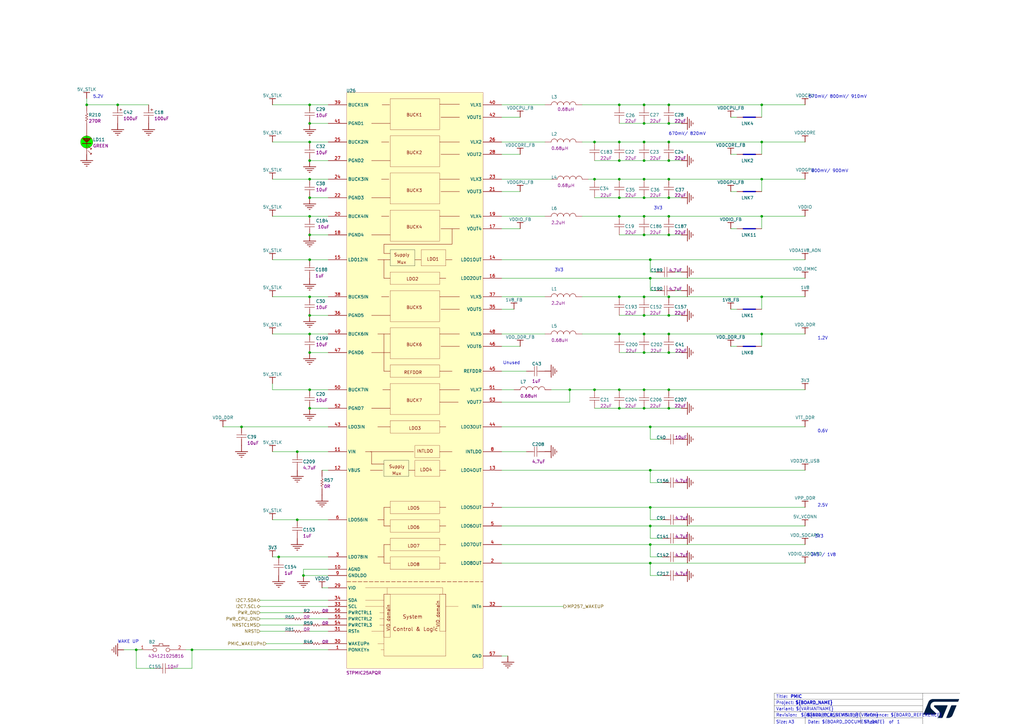
<source format=kicad_sch>
(kicad_sch (version 20250114) (generator "eeschema") (generator_version "9.0")
  (paper "A3")
  (title_block (title "PMIC") (date "Not used") (rev "Not used") (company "STMicroelectronics"))
  (text "Unused" (at 213.36 149.6822 0) (effects (font (size 1.27 1.27)) (justify right bottom)))
  (text "${#}" (at 361.188 297.0022 0) (effects (font (size 1.27 1.27)) (justify left bottom)))
  (text "670mV/ 800mV/ 910mV" (at 355.6 40.4622 0) (effects (font (size 1.27 1.27)) (justify right bottom)))
  (text "3V3" (at 271.78 86.1822 0) (effects (font (size 1.27 1.27)) (justify right bottom)))
  (text "Date:" (at 331.216 297.0022 0) (effects (font (size 1.27 1.27)) (justify left bottom)))
  (text "Project:" (at 318.262 289.1282 0) (effects (font (size 1.27 1.27)) (justify left bottom)))
  (text "${VARIANTNAME}" (at 326.39 291.6682 0) (effects (font (size 1.27 1.27)) (justify left bottom)))
  (text "of" (at 364.49 297.0022 0) (effects (font (size 1.27 1.27)) (justify left bottom)))
  (text "Reference:" (at 354.33 294.2082 0) (effects (font (size 1.27 1.27)) (justify left bottom)))
  (text "3V3" (at 231.14 111.5822 0) (effects (font (size 1.27 1.27)) (justify right bottom)))
  (text "Sheet:" (at 354.33 297.0022 0) (effects (font (size 1.27 1.27)) (justify left bottom)))
  (text "3V3" (at 337.82 220.8022 0) (effects (font (size 1.27 1.27)) (justify right bottom)))
  (text "A3" (at 323.342 297.0022 0) (effects (font (size 1.27 1.27)) (justify left bottom)))
  (text "5.2V" (at 38.1 40.4622 0) (effects (font (size 1.27 1.27)) (justify left bottom)))
  (text "2.5V" (at 335.28 208.1022 0) (effects (font (size 1.27 1.27)) (justify left bottom)))
  (text "${BOARD_ASSEMBLY_REVISION}" (at 330.962 294.2082 0) (effects (font (size 1.27 1.27)) (justify left bottom)))
  (text "800mV/ 900mV" (at 347.98 70.9422 0) (effects (font (size 1.27 1.27)) (justify right bottom)))
  (text "${TITLE}" (at 324.104 286.5882 0) (effects (font (size 1.27 1.27) (thickness 0.254) (bold yes)) (justify left bottom)))
  (text "${BOARD_DOCUMENT_DATE}" (at 337.058 297.0022 0) (effects (font (size 1.27 1.27)) (justify left bottom)))
  (text "" (at 335.28 208.1022 0) (effects (font (size 1.27 1.27)) (justify left bottom)))
  (text "${BOARD_PCB_REVISION}" (at 328.422 294.2082 0) (effects (font (size 1.27 1.27)) (justify left bottom)))
  (text "WAKE UP" (at 48.26 263.9822 0) (effects (font (size 1.27 1.27)) (justify left bottom)))
  (text "670mV/ 820mV" (at 289.56 55.7022 0) (effects (font (size 1.27 1.27)) (justify right bottom)))
  (text "-" (at 330.2 294.2082 0) (effects (font (size 1.27 1.27)) (justify left bottom)))
  (text "Size:" (at 318.262 297.0022 0) (effects (font (size 1.27 1.27)) (justify left bottom)))
  (text "Title:" (at 318.262 286.5882 0) (effects (font (size 1.27 1.27)) (justify left bottom)))
  (text "Revision:" (at 318.262 294.2082 0) (effects (font (size 1.27 1.27)) (justify left bottom)))
  (text "Variant:" (at 318.262 291.6682 0) (effects (font (size 1.27 1.27)) (justify left bottom)))
  (text "${##}" (at 367.792 297.0022 0) (effects (font (size 1.27 1.27)) (justify left bottom)))
  (text "0.6V" (at 335.28 177.6222 0) (effects (font (size 1.27 1.27)) (justify left bottom)))
  (text "1.2V" (at 335.28 139.5222 0) (effects (font (size 1.27 1.27)) (justify left bottom)))
  (text "${BOARD_REFERENCE}" (at 365.252 294.2082 0) (effects (font (size 1.27 1.27)) (justify left bottom)))
  (text "${BOARD_NAME}" (at 326.136 289.1282 0) (effects (font (size 1.27 1.27) (thickness 0.254) (bold yes)) (justify left bottom)))
  (text "3V3 / 1V8" (at 342.9 228.4222 0) (effects (font (size 1.27 1.27)) (justify right bottom)))
  (junction (at 121.92 213.1822))
  (junction (at 274.32 58.2422))
  (junction (at 266.7 175.0822))
  (junction (at 264.16 50.6222))
  (junction (at 264.16 121.7422))
  (junction (at 254 58.2422))
  (junction (at 274.32 81.1022))
  (junction (at 254 81.1022))
  (junction (at 274.32 129.3622))
  (junction (at 264.16 81.1022))
  (junction (at 274.32 50.6222))
  (junction (at 264.16 65.8622))
  (junction (at 48.26 43.0022))
  (junction (at 243.84 159.8422))
  (junction (at 264.16 129.3622))
  (junction (at 264.16 43.0022))
  (junction (at 264.16 167.4622))
  (junction (at 127 88.7222))
  (junction (at 78.74 266.5222))
  (junction (at 274.32 136.9822))
  (junction (at 274.32 88.7222))
  (junction (at 266.7 215.7222))
  (junction (at 312.42 58.2422))
  (junction (at 127 144.6022))
  (junction (at 274.32 73.4822))
  (junction (at 312.42 43.0022))
  (junction (at 254 88.7222))
  (junction (at 254 121.7422))
  (junction (at 312.42 88.7222))
  (junction (at 274.32 96.3422))
  (junction (at 121.92 185.2422))
  (junction (at 266.7 223.3422))
  (junction (at 274.32 43.0022))
  (junction (at 264.16 144.6022))
  (junction (at 254 159.8422))
  (junction (at 254 73.4822))
  (junction (at 127 65.8622))
  (junction (at 124.46 236.0422))
  (junction (at 312.42 136.9822))
  (junction (at 127 106.5022))
  (junction (at 127 121.7422))
  (junction (at 254 136.9822))
  (junction (at 35.56 43.0022))
  (junction (at 127 50.6222))
  (junction (at 266.7 230.9622))
  (junction (at 127 167.4622))
  (junction (at 264.16 96.3422))
  (junction (at 266.7 114.1222))
  (junction (at 266.7 106.5022))
  (junction (at 127 73.4822))
  (junction (at 127 81.1022))
  (junction (at 243.84 58.2422))
  (junction (at 274.32 159.8422))
  (junction (at 127 43.0022))
  (junction (at 274.32 167.4622))
  (junction (at 254 43.0022))
  (junction (at 127 96.3422))
  (junction (at 254 167.4622))
  (junction (at 243.84 73.4822))
  (junction (at 264.16 136.9822))
  (junction (at 233.68 159.8422))
  (junction (at 266.7 192.8622))
  (junction (at 127 136.9822))
  (junction (at 312.42 73.4822))
  (junction (at 254 65.8622))
  (junction (at 264.16 73.4822))
  (junction (at 99.06 175.0822))
  (junction (at 264.16 88.7222))
  (junction (at 274.32 65.8622))
  (junction (at 264.16 58.2422))
  (junction (at 312.42 121.7422))
  (junction (at 114.3 228.4222))
  (junction (at 264.16 159.8422))
  (junction (at 127 129.3622))
  (junction (at 266.7 208.1022))
  (junction (at 274.32 144.6022))
  (junction (at 274.32 121.7422))
  (junction (at 127 58.2422))
  (junction (at 55.88 266.5222))
  (junction (at 127 159.8422))
  (wire (pts (xy 127 58.2422) (xy 111.76 58.2422)))
  (wire (pts (xy 312.42 73.4822) (xy 312.42 78.5622)))
  (wire (pts (xy 254 144.6022) (xy 264.16 144.6022)))
  (wire (pts (xy 266.7 220.8022) (xy 266.7 215.7222)))
  (wire (pts (xy 127 258.9022) (xy 134.62 258.9022)))
  (wire (pts (xy 127 253.8222) (xy 134.62 253.8222)))
  (wire (pts (xy 121.92 213.1822) (xy 134.62 213.1822)))
  (wire (pts (xy 266.7 223.3422) (xy 266.7 228.4222)))
  (wire (pts (xy 279.4 111.5822) (xy 276.86 111.5822)))
  (wire (pts (xy 48.26 43.0022) (xy 60.96 43.0022)))
  (wire (pts (xy 299.72 93.8022) (xy 302.26 93.8022)))
  (wire (pts (xy 111.76 121.7422) (xy 127 121.7422)))
  (wire (pts (xy 205.74 269.0622) (xy 208.28 269.0622)))
  (wire (pts (xy 134.62 88.7222) (xy 127 88.7222)))
  (wire (pts (xy 243.84 73.4822) (xy 254 73.4822)))
  (wire (pts (xy 274.32 159.8422) (xy 264.16 159.8422)))
  (wire (pts (xy 121.92 185.2422) (xy 111.76 185.2422)))
  (wire (pts (xy 243.84 73.4822) (xy 241.3 73.4822)))
  (wire (pts (xy 205.74 43.0022) (xy 223.52 43.0022)))
  (wire (pts (xy 205.74 142.0622) (xy 213.36 142.0622)))
  (wire (pts (xy 279.4 129.3622) (xy 274.32 129.3622)))
  (wire (pts (xy 71.12 274.1422) (xy 78.74 274.1422)))
  (wire (pts (xy 266.7 236.0422) (xy 271.78 236.0422)))
  (wire (pts (xy 106.68 256.3622) (xy 124.46 256.3622)))
  (wire (pts (xy 330.2 106.5022) (xy 266.7 106.5022)))
  (wire (pts (xy 266.7 106.5022) (xy 266.7 111.5822)))
  (wire (pts (xy 274.32 88.7222) (xy 312.42 88.7222)))
  (wire (pts (xy 312.42 73.4822) (xy 330.2 73.4822)))
  (wire (pts (xy 266.7 175.0822) (xy 266.7 180.1622)))
  (wire (pts (xy 127 73.4822) (xy 111.76 73.4822)))
  (wire (pts (xy 127 106.5022) (xy 111.76 106.5022)))
  (wire (pts (xy 210.82 159.8422) (xy 205.74 159.8422)))
  (wire (pts (xy 254 159.8422) (xy 243.84 159.8422)))
  (polyline (pts (xy 317.5 291.9222) (xy 378.46 291.9222)) (stroke (width 0.0254) (type solid) (color 0 0 0 1)))
  (wire (pts (xy 274.32 43.0022) (xy 312.42 43.0022)))
  (wire (pts (xy 266.7 223.3422) (xy 330.2 223.3422)))
  (wire (pts (xy 205.74 88.7222) (xy 223.52 88.7222)))
  (polyline (pts (xy 317.5 294.4622) (xy 378.46 294.4622)) (stroke (width 0.0254) (type solid) (color 0 0 0 1)))
  (wire (pts (xy 271.78 220.8022) (xy 266.7 220.8022)))
  (polyline (pts (xy 330.2 294.4622) (xy 330.2 297.0022)) (stroke (width 0.0254) (type solid) (color 0 0 0 1)))
  (wire (pts (xy 134.62 65.8622) (xy 127 65.8622)))
  (wire (pts (xy 266.7 180.1622) (xy 271.78 180.1622)))
  (wire (pts (xy 302.26 126.8222) (xy 299.72 126.8222)))
  (wire (pts (xy 205.74 48.0822) (xy 213.36 48.0822)))
  (wire (pts (xy 132.08 241.1222) (xy 134.62 241.1222)))
  (wire (pts (xy 254 73.4822) (xy 264.16 73.4822)))
  (wire (pts (xy 264.16 50.6222) (xy 274.32 50.6222)))
  (wire (pts (xy 205.74 230.9622) (xy 266.7 230.9622)))
  (wire (pts (xy 243.84 167.4622) (xy 254 167.4622)))
  (wire (pts (xy 274.32 81.1022) (xy 279.4 81.1022)))
  (wire (pts (xy 266.7 208.1022) (xy 330.2 208.1022)))
  (wire (pts (xy 266.7 114.1222) (xy 266.7 119.2022)))
  (wire (pts (xy 106.68 248.7422) (xy 134.62 248.7422)))
  (wire (pts (xy 134.62 228.4222) (xy 114.3 228.4222)))
  (wire (pts (xy 312.42 43.0022) (xy 330.2 43.0022)))
  (wire (pts (xy 134.62 106.5022) (xy 127 106.5022)))
  (wire (pts (xy 312.42 136.9822) (xy 312.42 142.0622)))
  (wire (pts (xy 264.16 65.8622) (xy 274.32 65.8622)))
  (wire (pts (xy 299.72 78.5622) (xy 302.26 78.5622)))
  (wire (pts (xy 215.9 185.2422) (xy 205.74 185.2422)))
  (wire (pts (xy 78.74 274.1422) (xy 78.74 266.5222)))
  (wire (pts (xy 264.16 167.4622) (xy 274.32 167.4622)))
  (wire (pts (xy 205.74 93.8022) (xy 213.36 93.8022)))
  (wire (pts (xy 205.74 192.8622) (xy 266.7 192.8622)))
  (wire (pts (xy 274.32 50.6222) (xy 279.4 50.6222)))
  (wire (pts (xy 223.52 136.9822) (xy 205.74 136.9822)))
  (wire (pts (xy 134.62 81.1022) (xy 127 81.1022)))
  (wire (pts (xy 264.16 121.7422) (xy 274.32 121.7422)))
  (wire (pts (xy 254 121.7422) (xy 264.16 121.7422)))
  (wire (pts (xy 205.74 175.0822) (xy 266.7 175.0822)))
  (wire (pts (xy 274.32 65.8622) (xy 279.4 65.8622)))
  (wire (pts (xy 312.42 43.0022) (xy 312.42 48.0822)))
  (wire (pts (xy 299.72 63.3222) (xy 302.26 63.3222)))
  (polyline (pts (xy 393.7 284.3022) (xy 317.5 284.3022)) (stroke (width 0.0254) (type solid) (color 0 0 0 1)))
  (wire (pts (xy 274.32 58.2422) (xy 312.42 58.2422)))
  (wire (pts (xy 274.32 144.6022) (xy 279.4 144.6022)))
  (wire (pts (xy 124.46 236.0422) (xy 124.46 233.5022)))
  (wire (pts (xy 109.22 263.9822) (xy 124.46 263.9822)))
  (wire (pts (xy 264.16 58.2422) (xy 274.32 58.2422)))
  (wire (pts (xy 111.76 159.8422) (xy 111.76 157.3022)))
  (polyline (pts (xy 378.46 284.3022) (xy 378.46 297.0022)) (stroke (width 0.0254) (type solid) (color 0 0 0 1)))
  (wire (pts (xy 243.84 65.8622) (xy 254 65.8622)))
  (wire (pts (xy 134.62 96.3422) (xy 127 96.3422)))
  (wire (pts (xy 279.4 119.2022) (xy 276.86 119.2022)))
  (wire (pts (xy 127 88.7222) (xy 111.76 88.7222)))
  (wire (pts (xy 312.42 58.2422) (xy 330.2 58.2422)))
  (wire (pts (xy 55.88 266.5222) (xy 50.8 266.5222)))
  (wire (pts (xy 238.76 88.7222) (xy 254 88.7222)))
  (wire (pts (xy 134.62 167.4622) (xy 127 167.4622)))
  (wire (pts (xy 264.16 129.3622) (xy 254 129.3622)))
  (wire (pts (xy 205.74 223.3422) (xy 266.7 223.3422)))
  (wire (pts (xy 264.16 96.3422) (xy 274.32 96.3422)))
  (wire (pts (xy 124.46 233.5022) (xy 134.62 233.5022)))
  (wire (pts (xy 127 43.0022) (xy 134.62 43.0022)))
  (wire (pts (xy 266.7 106.5022) (xy 205.74 106.5022)))
  (wire (pts (xy 274.32 129.3622) (xy 264.16 129.3622)))
  (wire (pts (xy 205.74 58.2422) (xy 223.52 58.2422)))
  (wire (pts (xy 233.68 159.8422) (xy 233.68 164.9222)))
  (wire (pts (xy 264.16 159.8422) (xy 254 159.8422)))
  (wire (pts (xy 312.42 88.7222) (xy 330.2 88.7222)))
  (wire (pts (xy 205.74 63.3222) (xy 213.36 63.3222)))
  (wire (pts (xy 264.16 43.0022) (xy 274.32 43.0022)))
  (wire (pts (xy 134.62 159.8422) (xy 127 159.8422)))
  (wire (pts (xy 254 50.6222) (xy 264.16 50.6222)))
  (wire (pts (xy 114.3 228.4222) (xy 111.76 228.4222)))
  (wire (pts (xy 254 136.9822) (xy 264.16 136.9822)))
  (wire (pts (xy 205.74 208.1022) (xy 266.7 208.1022)))
  (wire (pts (xy 127 50.6222) (xy 134.62 50.6222)))
  (wire (pts (xy 134.62 175.0822) (xy 99.06 175.0822)))
  (wire (pts (xy 312.42 88.7222) (xy 312.42 93.8022)))
  (wire (pts (xy 111.76 136.9822) (xy 127 136.9822)))
  (wire (pts (xy 127 159.8422) (xy 111.76 159.8422)))
  (wire (pts (xy 134.62 185.2422) (xy 121.92 185.2422)))
  (wire (pts (xy 99.06 175.0822) (xy 91.44 175.0822)))
  (wire (pts (xy 134.62 144.6022) (xy 127 144.6022)))
  (wire (pts (xy 106.68 258.9022) (xy 116.84 258.9022)))
  (wire (pts (xy 266.7 230.9622) (xy 266.7 236.0422)))
  (wire (pts (xy 134.62 73.4822) (xy 127 73.4822)))
  (wire (pts (xy 254 88.7222) (xy 264.16 88.7222)))
  (wire (pts (xy 205.74 73.4822) (xy 226.06 73.4822)))
  (wire (pts (xy 254 167.4622) (xy 264.16 167.4622)))
  (wire (pts (xy 274.32 167.4622) (xy 279.4 167.4622)))
  (wire (pts (xy 106.68 253.8222) (xy 116.84 253.8222)))
  (wire (pts (xy 264.16 144.6022) (xy 274.32 144.6022)))
  (wire (pts (xy 266.7 111.5822) (xy 269.24 111.5822)))
  (wire (pts (xy 266.7 197.9422) (xy 271.78 197.9422)))
  (wire (pts (xy 254 81.1022) (xy 264.16 81.1022)))
  (wire (pts (xy 254 43.0022) (xy 264.16 43.0022)))
  (wire (pts (xy 312.42 121.7422) (xy 330.2 121.7422)))
  (wire (pts (xy 238.76 121.7422) (xy 254 121.7422)))
  (wire (pts (xy 266.7 228.4222) (xy 271.78 228.4222)))
  (wire (pts (xy 111.76 43.0022) (xy 127 43.0022)))
  (wire (pts (xy 274.32 96.3422) (xy 279.4 96.3422)))
  (wire (pts (xy 266.7 119.2022) (xy 269.24 119.2022)))
  (wire (pts (xy 274.32 136.9822) (xy 312.42 136.9822)))
  (polyline (pts (xy 378.46 286.8422) (xy 317.5 286.8422)) (stroke (width 0.0254) (type solid) (color 0 0 0 1)))
  (wire (pts (xy 330.2 159.8422) (xy 274.32 159.8422)))
  (wire (pts (xy 55.88 274.1422) (xy 55.88 266.5222)))
  (wire (pts (xy 299.72 142.0622) (xy 302.26 142.0622)))
  (polyline (pts (xy 317.5 284.3022) (xy 317.5 297.0022)) (stroke (width 0.0254) (type solid) (color 0 0 0 1)))
  (wire (pts (xy 243.84 58.2422) (xy 254 58.2422)))
  (wire (pts (xy 127 45.5422) (xy 127 43.0022)))
  (wire (pts (xy 312.42 136.9822) (xy 330.2 136.9822)))
  (wire (pts (xy 254 65.8622) (xy 264.16 65.8622)))
  (wire (pts (xy 243.84 159.8422) (xy 233.68 159.8422)))
  (wire (pts (xy 233.68 159.8422) (xy 226.06 159.8422)))
  (wire (pts (xy 205.74 114.1222) (xy 266.7 114.1222)))
  (wire (pts (xy 266.7 192.8622) (xy 330.2 192.8622)))
  (wire (pts (xy 254 58.2422) (xy 264.16 58.2422)))
  (wire (pts (xy 35.56 40.4622) (xy 35.56 43.0022)))
  (wire (pts (xy 243.84 81.1022) (xy 254 81.1022)))
  (wire (pts (xy 312.42 121.7422) (xy 312.42 126.8222)))
  (wire (pts (xy 238.76 58.2422) (xy 243.84 58.2422)))
  (wire (pts (xy 134.62 236.0422) (xy 124.46 236.0422)))
  (wire (pts (xy 132.08 192.8622) (xy 134.62 192.8622)))
  (wire (pts (xy 35.56 43.0022) (xy 48.26 43.0022)))
  (wire (pts (xy 312.42 63.3222) (xy 312.42 58.2422)))
  (wire (pts (xy 106.68 251.2822) (xy 124.46 251.2822)))
  (wire (pts (xy 76.2 266.5222) (xy 78.74 266.5222)))
  (wire (pts (xy 106.68 246.2022) (xy 134.62 246.2022)))
  (polyline (pts (xy 353.06 291.9222) (xy 353.06 297.0022)) (stroke (width 0.0254) (type solid) (color 0 0 0 1)))
  (wire (pts (xy 205.74 248.7422) (xy 231.14 248.7422)))
  (wire (pts (xy 205.74 215.7222) (xy 266.7 215.7222)))
  (wire (pts (xy 266.7 215.7222) (xy 330.2 215.7222)))
  (wire (pts (xy 78.74 266.5222) (xy 134.62 266.5222)))
  (wire (pts (xy 266.7 230.9622) (xy 330.2 230.9622)))
  (wire (pts (xy 266.7 175.0822) (xy 330.2 175.0822)))
  (wire (pts (xy 266.7 213.1822) (xy 271.78 213.1822)))
  (wire (pts (xy 264.16 81.1022) (xy 274.32 81.1022)))
  (wire (pts (xy 238.76 136.9822) (xy 254 136.9822)))
  (wire (pts (xy 134.62 58.2422) (xy 127 58.2422)))
  (polyline (pts (xy 317.5 289.3822) (xy 378.46 289.3822)) (stroke (width 0.0254) (type solid) (color 0 0 0 1)))
  (wire (pts (xy 233.68 164.9222) (xy 205.74 164.9222)))
  (wire (pts (xy 205.74 152.2222) (xy 215.9 152.2222)))
  (wire (pts (xy 238.76 43.0022) (xy 254 43.0022)))
  (wire (pts (xy 274.32 121.7422) (xy 312.42 121.7422)))
  (wire (pts (xy 111.76 213.1822) (xy 121.92 213.1822)))
  (wire (pts (xy 264.16 136.9822) (xy 274.32 136.9822)))
  (wire (pts (xy 264.16 88.7222) (xy 274.32 88.7222)))
  (wire (pts (xy 127 121.7422) (xy 134.62 121.7422)))
  (wire (pts (xy 299.72 48.0822) (xy 302.26 48.0822)))
  (wire (pts (xy 254 96.3422) (xy 264.16 96.3422)))
  (wire (pts (xy 264.16 73.4822) (xy 274.32 73.4822)))
  (wire (pts (xy 213.36 78.5622) (xy 205.74 78.5622)))
  (wire (pts (xy 266.7 192.8622) (xy 266.7 197.9422)))
  (wire (pts (xy 63.5 274.1422) (xy 55.88 274.1422)))
  (wire (pts (xy 55.88 266.5222) (xy 58.42 266.5222)))
  (wire (pts (xy 266.7 208.1022) (xy 266.7 213.1822)))
  (wire (pts (xy 223.52 121.7422) (xy 205.74 121.7422)))
  (wire (pts (xy 266.7 114.1222) (xy 330.2 114.1222)))
  (wire (pts (xy 274.32 73.4822) (xy 312.42 73.4822)))
  (wire (pts (xy 134.62 129.3622) (xy 127 129.3622)))
  (wire (pts (xy 210.82 126.8222) (xy 205.74 126.8222)))
  (wire (pts (xy 127 136.9822) (xy 134.62 136.9822)))
  (image (at 386.042 290.6347) (scale 0.0686606))
  (hierarchical_label "PWR_ON" (shape input) (at 106.68 251.2822 180))
  (hierarchical_label "I2C7.SCL" (shape bidirectional) (at 106.68 248.7422 180))
  (hierarchical_label "I2C7.SDA" (shape bidirectional) (at 106.68 246.2022 180))
  (hierarchical_label "PMIC_WAKEUPn" (shape input) (at 109.22 263.9822 180))
  (hierarchical_label "NRST" (shape input) (at 106.68 258.9022 180))
  (hierarchical_label "NRSTC1MS" (shape input) (at 106.68 256.3622 180))
  (hierarchical_label "MP257_WAKEUP" (shape output) (at 231.14 248.7422 0))
  (hierarchical_label "PWR_CPU_ON" (shape input) (at 106.68 253.8222 180))
  (symbol (lib_id "MCD_PARTS_database:U_PMIC_0_STPMIC2_MCD_PARTS_database.DbLib") (at 142.24 37.9222 0) (unit 1)
    (property "Reference" "U26" (at 141.986 37.9222 0) (effects (justify left bottom)))
    (property "Value" "STPMIC25APQR" (effects (hide yes)))
    (property "Footprint" "ICC_QFN56-EPAD_6P5X6P5_P040" (effects (hide yes)))
    (property "Description" "STPMIC2" (effects (hide yes)))
    (property "COMPONENTLINK1DESCRIPTION" "Datasheet" (effects (hide yes)))
    (property "COMPONENTLINK1URL" "http://tunmcdsvn.tun.st.com/Component_Documentation_Library/Trunk/IC/STMICROELECTRONICS_STPMIC2" (effects (hide yes)))
    (property "INTERNAL_PART_NUMBER" "MCD-03000" (effects (hide yes)))
    (property "ALTIUM_VALUE" "STPMIC25APQR" (at 141.986 276.6822 0) (effects (justify left bottom)))
    (property "STATUS" "Released" (effects (hide yes)))
    (property "PART_TYPE" "IC" (effects (hide yes)))
    (property "PART_PREFERENCE" "Recommended" (effects (hide yes)))
    (property "MANUFACTURER" "STMICROELECTRONICS" (effects (hide yes)))
    (property "MANUFACTURER_PART_NUMBER" "STPMIC25APQR" (effects (hide yes)))
    (property "PACKAGE" "VQFN" (effects (hide yes)))
    (property "ORDER_CODE_DIGIKEY" "N/A" (effects (hide yes)))
    (property "ORDER_CODE_FARNELL" "N/A" (effects (hide yes)))
    (property "ORDER_CODE_RS" "N/A" (effects (hide yes)))
    (property "COMPONENT_COUNTRY_OF_ORIGIN" "Unknown" (effects (hide yes)))
    (property "SHOWFIELDS" "YES" (effects (hide yes)))
    (property "ID" "5116" (effects (hide yes)))
  )
  (symbol (lib_id "STM32MP25XXAJ_DDR4-altium-import:VDDIO_FB_BAR") (at 299.72 93.8022 180) (unit 1)
    (property "Reference" "#PWR?" (effects (hide yes)))
    (property "Value" "VDDIO_FB" (at 299.72 89.9922 0))
  )
  (symbol (lib_name "U_PMIC_1_Capacitor_MCD_PARTS_database.DbLib_7") (lib_id "MCD_PARTS_database:U_PMIC_1_Capacitor_MCD_PARTS_database.DbLib") (at 124.46 78.5622 0) (unit 1)
    (property "Reference" "C38" (at 129.54 76.0222 0) (effects (justify left bottom)))
    (property "Value" "Capacitor" (effects (hide yes)))
    (property "Footprint" "C0603" (effects (hide yes)))
    (property "Description" "Capacitor, MLCC, 10uF, 10V, X5R, +/-10%, 0603, T=0,8mm" (effects (hide yes)))
    (property "ALTIUM_VALUE" "10uF" (at 129.54 78.5622 0) (effects (justify left bottom)))
    (property "INTERNAL_PART_NUMBER" "MCD-00099" (effects (hide yes)))
    (property "STATUS" "Released" (effects (hide yes)))
    (property "PART_TYPE" "Capacitor" (effects (hide yes)))
    (property "MANUFACTURER_PART_NUMBER" "GRM188R61A106KE69D" (effects (hide yes)))
    (property "MANUFACTURER" "MURATA" (effects (hide yes)))
    (property "PACKAGE" "0603" (effects (hide yes)))
    (property "COMPONENTLINK1DESCRIPTION" "Part_Information" (effects (hide yes)))
    (property "COMPONENTLINK1URL" "http://tunmcdsvn.tun.st.com/Component_Documentation_Library/Trunk/Capacitor/MURATA_GRM_Series" (effects (hide yes)))
    (property "ORDER_CODE_DIGIKEY" "490-10474-1-ND" (effects (hide yes)))
    (property "ORDER_CODE_FARNELL" "2494233" (effects (hide yes)))
    (property "ORDER_CODE_RS" "170-6168" (effects (hide yes)))
    (property "PART_PREFERENCE" "Recommended" (effects (hide yes)))
    (property "ALTERNATE_MANUFACTURER" "N/A" (effects (hide yes)))
    (property "ALTERNATE_MANUFACTURER_PART_NUMBER" "N/A" (effects (hide yes)))
    (property "COMPONENT_COUNTRY_OF_ORIGIN" "Japan" (effects (hide yes)))
    (property "ID" "2770" (effects (hide yes)))
    (property "SHOWFIELDS" "YES" (effects (hide yes)))
  )
  (symbol (lib_id "MCD_PARTS_database:U_PMIC_0_Resistor_MCD_PARTS_database.DbLib") (at 119.38 251.2822 0) (unit 1)
    (property "Reference" "R60" (at 116.84 253.8222 0) (effects (justify left bottom)))
    (property "Footprint" "R0402" (effects (hide yes)))
    (property "Description" "Resistor,0R,0402,5%,1/16W" (effects (hide yes)))
    (property "ALTIUM_VALUE" "0R" (at 124.46 253.8222 0) (effects (justify left bottom)))
    (property "INTERNAL_PART_NUMBER" "MCD-00052" (effects (hide yes)))
    (property "MANUFACTURER_PART_NUMBER" "RC0402JR-070RL" (effects (hide yes)))
    (property "MANUFACTURER" "YAGEO" (effects (hide yes)))
    (property "COMPONENTLINK1DESCRIPTION" "Datasheet" (effects (hide yes)))
    (property "ECCN_US" "EAR99" (effects (hide yes)))
    (property "ECCN_EU" "NEC" (effects (hide yes)))
    (property "PROVIDED_BY" "SUBCO" (effects (hide yes)))
    (property "STATUS" "Released" (effects (hide yes)))
    (property "PART_TYPE" "Resistor" (effects (hide yes)))
    (property "INITIAL_BOARD_REFERENCE" "mb1274" (effects (hide yes)))
    (property "COMPONENTLINK1URL" "http://tunmcdsvn.tun.st.com/Component_Documentation_Library/Trunk/Resistor/YAGEO_RC_L_Series" (effects (hide yes)))
    (property "PACKAGE" "0402" (effects (hide yes)))
    (property "ALTERNATE_MANUFACTURER" "N/A" (effects (hide yes)))
    (property "ALTERNATE_MANUFACTURER_PART_NUMBER" "N/A" (effects (hide yes)))
    (property "ORDER_CODE_DIGIKEY" "311-0.0JRCT-ND" (effects (hide yes)))
    (property "ORDER_CODE_FARNELL" "9232516RL" (effects (hide yes)))
    (property "ORDER_CODE_RS" "618-5804" (effects (hide yes)))
    (property "PART_PREFERENCE" "Recommended" (effects (hide yes)))
    (property "COMPONENT_COUNTRY_OF_ORIGIN" "China" (effects (hide yes)))
    (property "ID" "2540" (effects (hide yes)))
    (property "SHOWFIELDS" "YES" (effects (hide yes)))
  )
  (symbol (lib_name "U_PMIC_1_Capacitor_MCD_PARTS_database.DbLib_1") (lib_id "MCD_PARTS_database:U_PMIC_1_Capacitor_MCD_PARTS_database.DbLib") (at 261.62 93.8022 0) (unit 1)
    (property "Reference" "C186" (at 266.446 93.5482 0) (effects (justify left bottom)))
    (property "Value" "Capacitor" (effects (hide yes)))
    (property "Footprint" "C0805" (effects (hide yes)))
    (property "Description" "Capacitor, MLCC, 22uF, 10V, X5R, +/-20%, 0805, T=1,25mm" (effects (hide yes)))
    (property "INTERNAL_PART_NUMBER" "MCD-03139" (effects (hide yes)))
    (property "ALTIUM_VALUE" "22uF" (at 266.446 96.0882 0) (effects (justify left bottom)))
    (property "STATUS" "Checked" (effects (hide yes)))
    (property "PART_TYPE" "Capacitor" (effects (hide yes)))
    (property "PART_PREFERENCE" "Recommended" (effects (hide yes)))
    (property "MANUFACTURER" "MURATA" (effects (hide yes)))
    (property "MANUFACTURER_PART_NUMBER" "GRM21BR61A226ME51L" (effects (hide yes)))
    (property "PACKAGE" "0805" (effects (hide yes)))
    (property "COMPONENTLINK1URL" "http://tunmcdsvn.tun.st.com/Component_Documentation_Library/Trunk/Capacitor/MURATA_GRM_Series" (effects (hide yes)))
    (property "ORDER_CODE_DIGIKEY" "490-10511-2-ND" (effects (hide yes)))
    (property "ORDER_CODE_FARNELL" "2494270" (effects (hide yes)))
    (property "ORDER_CODE_RS" "N/A" (effects (hide yes)))
    (property "SHOWFIELDS" "YES" (effects (hide yes)))
    (property "ID" "5255" (effects (hide yes)))
    (property "COMPONENT_COUNTRY_OF_ORIGIN" "China, Japan" (effects (hide yes)))
  )
  (symbol (lib_id "STM32MP25XXAJ_DDR4-altium-import:VDDCORE_BAR") (at 330.2 58.2422 180) (unit 1)
    (property "Reference" "#PWR?" (effects (hide yes)))
    (property "Value" "VDDCORE" (at 330.2 54.4322 0))
  )
  (symbol (lib_id "MCD_PARTS_database:U_PMIC_1_Capacitor_MCD_PARTS_database.DbLib") (at 271.78 142.0622 0) (unit 1)
    (property "Reference" "C41" (at 276.86 142.0622 0) (effects (justify left bottom)))
    (property "Value" "Capacitor" (effects (hide yes)))
    (property "Footprint" "C0603" (effects (hide yes)))
    (property "Description" "Capacitor, MLCC, 22uF, 6V3, X5R, +/-20%, 0603, T=0,8mm" (effects (hide yes)))
    (property "ALTIUM_VALUE" "22uF" (at 276.86 144.6022 0) (effects (justify left bottom)))
    (property "INTERNAL_PART_NUMBER" "MCD-00100" (effects (hide yes)))
    (property "STATUS" "Released" (effects (hide yes)))
    (property "PART_TYPE" "Capacitor" (effects (hide yes)))
    (property "MANUFACTURER_PART_NUMBER" "GRM188R60J226MEA0J" (effects (hide yes)))
    (property "MANUFACTURER" "MURATA" (effects (hide yes)))
    (property "PACKAGE" "0603" (effects (hide yes)))
    (property "COMPONENTLINK1DESCRIPTION" "Part_Information" (effects (hide yes)))
    (property "COMPONENTLINK1URL" "http://tunmcdsvn.tun.st.com/Component_Documentation_Library/Trunk/Capacitor/MURATA_GRM_Series" (effects (hide yes)))
    (property "ORDER_CODE_DIGIKEY" "490-7612-2-ND" (effects (hide yes)))
    (property "ORDER_CODE_FARNELL" "N/A" (effects (hide yes)))
    (property "ORDER_CODE_RS" "N/A" (effects (hide yes)))
    (property "PART_PREFERENCE" "Recommended" (effects (hide yes)))
    (property "ALTERNATE_MANUFACTURER" "N/A" (effects (hide yes)))
    (property "ALTERNATE_MANUFACTURER_PART_NUMBER" "N/A" (effects (hide yes)))
    (property "COMPONENT_COUNTRY_OF_ORIGIN" "Japan" (effects (hide yes)))
    (property "ID" "2766" (effects (hide yes)))
    (property "SHOWFIELDS" "YES" (effects (hide yes)))
  )
  (symbol (lib_id "STM32MP25XXAJ_DDR4-altium-import:5V_STLK_BAR") (at 111.76 136.9822 180) (unit 1)
    (property "Reference" "#PWR?" (effects (hide yes)))
    (property "Value" "5V_STLK" (at 111.76 133.1722 0))
  )
  (symbol (lib_name "U_PMIC_1_Capacitor_MCD_PARTS_database.DbLib_12") (lib_id "MCD_PARTS_database:U_PMIC_1_Capacitor_MCD_PARTS_database.DbLib") (at 124.46 164.9222 0) (unit 1)
    (property "Reference" "C20" (at 129.54 162.3822 0) (effects (justify left bottom)))
    (property "Value" "Capacitor" (effects (hide yes)))
    (property "Footprint" "C0603" (effects (hide yes)))
    (property "Description" "Capacitor, MLCC, 10uF, 10V, X5R, +/-10%, 0603, T=0,8mm" (effects (hide yes)))
    (property "ALTIUM_VALUE" "10uF" (at 129.54 164.9222 0) (effects (justify left bottom)))
    (property "INTERNAL_PART_NUMBER" "MCD-00099" (effects (hide yes)))
    (property "STATUS" "Released" (effects (hide yes)))
    (property "PART_TYPE" "Capacitor" (effects (hide yes)))
    (property "MANUFACTURER_PART_NUMBER" "GRM188R61A106KE69D" (effects (hide yes)))
    (property "MANUFACTURER" "MURATA" (effects (hide yes)))
    (property "PACKAGE" "0603" (effects (hide yes)))
    (property "COMPONENTLINK1DESCRIPTION" "Part_Information" (effects (hide yes)))
    (property "COMPONENTLINK1URL" "http://tunmcdsvn.tun.st.com/Component_Documentation_Library/Trunk/Capacitor/MURATA_GRM_Series" (effects (hide yes)))
    (property "ORDER_CODE_DIGIKEY" "490-10474-1-ND" (effects (hide yes)))
    (property "ORDER_CODE_FARNELL" "2494233" (effects (hide yes)))
    (property "ORDER_CODE_RS" "170-6168" (effects (hide yes)))
    (property "PART_PREFERENCE" "Recommended" (effects (hide yes)))
    (property "ALTERNATE_MANUFACTURER" "N/A" (effects (hide yes)))
    (property "ALTERNATE_MANUFACTURER_PART_NUMBER" "N/A" (effects (hide yes)))
    (property "COMPONENT_COUNTRY_OF_ORIGIN" "Japan" (effects (hide yes)))
    (property "ID" "2770" (effects (hide yes)))
    (property "SHOWFIELDS" "YES" (effects (hide yes)))
  )
  (symbol (lib_name "U_PMIC_1_Capacitor_MCD_PARTS_database.DbLib_13") (lib_id "MCD_PARTS_database:U_PMIC_1_Capacitor_MCD_PARTS_database.DbLib") (at 96.52 180.1622 0) (unit 1)
    (property "Reference" "C39" (at 101.346 179.9082 0) (effects (justify left bottom)))
    (property "Value" "Capacitor" (effects (hide yes)))
    (property "Footprint" "C__VIRGIL_AAA__JOB_ALTIUM_STM_Library_Altium_Library_Altium_STM-LMS_MCD_PARTS.PcbLib:C0402" (effects (hide yes)))
    (property "Description" "Capacitor, MLCC, 10uF, 6.3V, X5R, +/-20%, 0402, T=0.5mm" (effects (hide yes)))
    (property "INTERNAL_PART_NUMBER" "MCD-03140" (effects (hide yes)))
    (property "ALTIUM_VALUE" "10uF" (at 101.346 182.4482 0) (effects (justify left bottom)))
    (property "STATUS" "New" (effects (hide yes)))
    (property "PART_TYPE" "Capacitor" (effects (hide yes)))
    (property "PART_PREFERENCE" "Recommended" (effects (hide yes)))
    (property "MANUFACTURER" "MURATA" (effects (hide yes)))
    (property "MANUFACTURER_PART_NUMBER" "GRM155R60J106ME05D" (effects (hide yes)))
    (property "PACKAGE" "0402" (effects (hide yes)))
    (property "COMPONENTLINK1URL" "http://tunmcdsvn.tun.st.com/Component_Documentation_Library/Trunk/Capacitor/MURATA_GRM_Series" (effects (hide yes)))
    (property "ORDER_CODE_DIGIKEY" "490-GRM155R60J106ME05DTR-ND" (effects (hide yes)))
    (property "ORDER_CODE_FARNELL" "3784428" (effects (hide yes)))
    (property "ORDER_CODE_RS" "N/A" (effects (hide yes)))
    (property "SHOWFIELDS" "YES" (effects (hide yes)))
    (property "ID" "5256" (effects (hide yes)))
  )
  (symbol (lib_name "U_PMIC_1_Capacitor_MCD_PARTS_database.DbLib_16") (lib_id "MCD_PARTS_database:U_PMIC_1_Capacitor_MCD_PARTS_database.DbLib") (at 111.76 233.5022 0) (unit 1)
    (property "Reference" "C154" (at 116.586 233.2482 0) (effects (justify left bottom)))
    (property "Value" "Capacitor" (effects (hide yes)))
    (property "Footprint" "C0402" (effects (hide yes)))
    (property "Description" "Capacitor, MLCC, 1uF, 25V, X5R, +/-10%, 0402, T=0.5mm" (effects (hide yes)))
    (property "INTERNAL_PART_NUMBER" "MCD-00095" (effects (hide yes)))
    (property "ALTIUM_VALUE" "1uF" (at 116.586 235.7882 0) (effects (justify left bottom)))
    (property "STATUS" "Released" (effects (hide yes)))
    (property "PART_TYPE" "Capacitor" (effects (hide yes)))
    (property "PART_PREFERENCE" "Recommended" (effects (hide yes)))
    (property "MANUFACTURER" "MURATA" (effects (hide yes)))
    (property "MANUFACTURER_PART_NUMBER" "GRM155R61E105KA12" (effects (hide yes)))
    (property "PACKAGE" "0402" (effects (hide yes)))
    (property "COMPONENTLINK1URL" "http://tunmcdsvn.tun.st.com/Component_Documentation_Library/Trunk/Capacitor/MURATA_GRM_Series" (effects (hide yes)))
    (property "ORDER_CODE_DIGIKEY" "490-10017-1-ND" (effects (hide yes)))
    (property "ORDER_CODE_FARNELL" "2218855" (effects (hide yes)))
    (property "ORDER_CODE_RS" "846-7287" (effects (hide yes)))
    (property "COMPONENT_COUNTRY_OF_ORIGIN" "Japan" (effects (hide yes)))
    (property "SHOWFIELDS" "YES" (effects (hide yes)))
    (property "ID" "2772" (effects (hide yes)))
  )
  (symbol (lib_id "STM32MP25XXAJ_DDR4-altium-import:GND_POWER_GROUND") (at 60.96 50.6222 0) (unit 1)
    (property "Reference" "#PWR?" (effects (hide yes)))
    (property "Value" "GND" (effects (hide yes)))
  )
  (symbol (lib_id "STM32MP25XXAJ_DDR4-altium-import:GND_POWER_GROUND") (at 124.46 236.0422 0) (unit 1)
    (property "Reference" "#PWR?" (effects (hide yes)))
    (property "Value" "GND" (effects (hide yes)))
  )
  (symbol (lib_id "STM32MP25XXAJ_DDR4-altium-import:5V_STLK_BAR") (at 111.76 88.7222 180) (unit 1)
    (property "Reference" "#PWR?" (effects (hide yes)))
    (property "Value" "5V_STLK" (at 111.76 84.9122 0))
  )
  (symbol (lib_id "MCD_PARTS_database:U_PMIC_1_Capacitor_MCD_PARTS_database.DbLib") (at 261.62 48.0822 0) (unit 1)
    (property "Reference" "C27" (at 266.446 47.8282 0) (effects (justify left bottom)))
    (property "Value" "Capacitor" (effects (hide yes)))
    (property "Footprint" "C0603" (effects (hide yes)))
    (property "Description" "Capacitor, MLCC, 22uF, 6V3, X5R, +/-20%, 0603, T=0,8mm" (effects (hide yes)))
    (property "INTERNAL_PART_NUMBER" "MCD-00100" (effects (hide yes)))
    (property "ALTIUM_VALUE" "22uF" (at 266.446 50.3682 0) (effects (justify left bottom)))
    (property "STATUS" "Released" (effects (hide yes)))
    (property "PART_TYPE" "Capacitor" (effects (hide yes)))
    (property "PART_PREFERENCE" "Recommended" (effects (hide yes)))
    (property "MANUFACTURER" "MURATA" (effects (hide yes)))
    (property "MANUFACTURER_PART_NUMBER" "GRM188R60J226MEA0J" (effects (hide yes)))
    (property "PACKAGE" "0603" (effects (hide yes)))
    (property "COMPONENTLINK1URL" "http://tunmcdsvn.tun.st.com/Component_Documentation_Library/Trunk/Capacitor/MURATA_GRM_Series" (effects (hide yes)))
    (property "ORDER_CODE_DIGIKEY" "490-7612-2-ND" (effects (hide yes)))
    (property "ORDER_CODE_FARNELL" "N/A" (effects (hide yes)))
    (property "ORDER_CODE_RS" "N/A" (effects (hide yes)))
    (property "COMPONENTLINK1DESCRIPTION" "Part_Information" (effects (hide yes)))
    (property "ALTERNATE_MANUFACTURER" "N/A" (effects (hide yes)))
    (property "ALTERNATE_MANUFACTURER_PART_NUMBER" "N/A" (effects (hide yes)))
    (property "COMPONENT_COUNTRY_OF_ORIGIN" "Japan" (effects (hide yes)))
    (property "ID" "2766" (effects (hide yes)))
    (property "SHOWFIELDS" "YES" (effects (hide yes)))
  )
  (symbol (lib_id "STM32MP25XXAJ_DDR4-altium-import:VDDCORE_FB_BAR") (at 299.72 63.3222 180) (unit 1)
    (property "Reference" "#PWR?" (effects (hide yes)))
    (property "Value" "VDDCORE_FB" (at 299.72 59.5122 0))
  )
  (symbol (lib_id "MCD_PARTS_database:U_PMIC_0_Capacitor_MCD_PARTS_database.DbLib") (at 274.32 233.5022 0) (unit 1)
    (property "Reference" "C217" (at 269.24 236.0422 0) (effects (justify left bottom)))
    (property "Value" "Capacitor" (effects (hide yes)))
    (property "Footprint" "C0402" (effects (hide yes)))
    (property "Description" "Capacitor, MLCC, 4.7uF, 6V3, X5R, +/-20%, 0402, T=0.5mm" (effects (hide yes)))
    (property "ALTIUM_VALUE" "4.7uF" (at 276.86 236.0422 0) (effects (justify left bottom)))
    (property "INTERNAL_PART_NUMBER" "MCD-01356" (effects (hide yes)))
    (property "STATUS" "Released" (effects (hide yes)))
    (property "PART_TYPE" "Capacitor" (effects (hide yes)))
    (property "MANUFACTURER_PART_NUMBER" "GRM155R60J475ME47" (effects (hide yes)))
    (property "MANUFACTURER" "MURATA" (effects (hide yes)))
    (property "PACKAGE" "0402" (effects (hide yes)))
    (property "COMPONENTLINK1URL" "http://tunmcdsvn.tun.st.com/Component_Documentation_Library/Trunk/Capacitor/MURATA_GRM_Series" (effects (hide yes)))
    (property "ORDER_CODE_DIGIKEY" "490-5915-1-ND" (effects (hide yes)))
    (property "ORDER_CODE_FARNELL" "2666407" (effects (hide yes)))
    (property "ORDER_CODE_RS" "814-5230" (effects (hide yes)))
    (property "PART_PREFERENCE" "Recommended" (effects (hide yes)))
    (property "COMPONENT_COUNTRY_OF_ORIGIN" "Japan" (effects (hide yes)))
    (property "SHOWFIELDS" "YES" (effects (hide yes)))
    (property "ID" "3456" (effects (hide yes)))
  )
  (symbol (lib_id "MCD_PARTS_database:U_PMIC_3_link_200_MCD_PARTS_database.DbLib") (at 309.88 142.0622 0) (unit 1)
    (property "Reference" "LNK8" (at 304.038 145.3642 0) (effects (justify left bottom)))
    (property "Value" "${ALTIUM_VALUE}" (effects (hide yes)))
    (property "Footprint" "LINK200" (effects (hide yes)))
    (property "Description" "Track link on PCB 200um width for layout routing" (effects (hide yes)))
    (property "ALTIUM_VALUE" "link_200" (effects (hide yes)))
    (property "COMPONENTLINK1URL" "http://tunmcdsvn.tun.st.com/Component_Documentation_Library/Trunk" (effects (hide yes)))
    (property "ID" "4889" (effects (hide yes)))
    (property "INTERNAL_PART_NUMBER" "MCD-02777" (effects (hide yes)))
    (property "MANUFACTURER" "N/A" (effects (hide yes)))
    (property "MANUFACTURER_PART_NUMBER" "link_200" (effects (hide yes)))
    (property "ORDER_CODE_DIGIKEY" "N/A" (effects (hide yes)))
    (property "ORDER_CODE_FARNELL" "N/A" (effects (hide yes)))
    (property "ORDER_CODE_RS" "N/A" (effects (hide yes)))
    (property "PART_PREFERENCE" "Recommended" (effects (hide yes)))
    (property "PART_TYPE" "Misc" (effects (hide yes)))
    (property "SHOWFIELDS" "YES" (effects (hide yes)))
    (property "STATUS" "Checked" (effects (hide yes)))
  )
  (symbol (lib_id "STM32MP25XXAJ_DDR4-altium-import:GND_POWER_GROUND") (at 279.4 180.1622 90) (unit 1)
    (property "Reference" "#PWR?" (effects (hide yes)))
    (property "Value" "GND" (effects (hide yes)))
  )
  (symbol (lib_id "MCD_PARTS_database:U_PMIC_1_link_200_MCD_PARTS_database.DbLib") (at 304.8 48.0822 0) (unit 1)
    (property "Reference" "LNK4" (at 304.038 51.3842 0) (effects (justify left bottom)))
    (property "Value" "${ALTIUM_VALUE}" (effects (hide yes)))
    (property "Footprint" "LINK200" (effects (hide yes)))
    (property "Description" "Track link on PCB 200um width for layout routing" (effects (hide yes)))
    (property "ALTIUM_VALUE" "link_200" (effects (hide yes)))
    (property "COMPONENTLINK1URL" "http://tunmcdsvn.tun.st.com/Component_Documentation_Library/Trunk" (effects (hide yes)))
    (property "ID" "4889" (effects (hide yes)))
    (property "INTERNAL_PART_NUMBER" "MCD-02777" (effects (hide yes)))
    (property "MANUFACTURER" "N/A" (effects (hide yes)))
    (property "MANUFACTURER_PART_NUMBER" "link_200" (effects (hide yes)))
    (property "ORDER_CODE_DIGIKEY" "N/A" (effects (hide yes)))
    (property "ORDER_CODE_FARNELL" "N/A" (effects (hide yes)))
    (property "ORDER_CODE_RS" "N/A" (effects (hide yes)))
    (property "PART_PREFERENCE" "Recommended" (effects (hide yes)))
    (property "PART_TYPE" "Misc" (effects (hide yes)))
    (property "SHOWFIELDS" "YES" (effects (hide yes)))
    (property "STATUS" "Checked" (effects (hide yes)))
  )
  (symbol (lib_id "STM32MP25XXAJ_DDR4-altium-import:GND_POWER_GROUND") (at 208.28 269.0622 0) (unit 1)
    (property "Reference" "#PWR?" (effects (hide yes)))
    (property "Value" "GND" (effects (hide yes)))
  )
  (symbol (lib_id "MCD_PARTS_database:U_PMIC_0_Capacitor_MCD_PARTS_database.DbLib") (at 274.32 210.6422 0) (unit 1)
    (property "Reference" "C91" (at 269.24 213.1822 0) (effects (justify left bottom)))
    (property "Value" "Capacitor" (effects (hide yes)))
    (property "Footprint" "C0402" (effects (hide yes)))
    (property "Description" "Capacitor, MLCC, 4.7uF, 6V3, X5R, +/-20%, 0402, T=0.5mm" (effects (hide yes)))
    (property "ALTIUM_VALUE" "4.7uF" (at 276.86 213.1822 0) (effects (justify left bottom)))
    (property "INTERNAL_PART_NUMBER" "MCD-01356" (effects (hide yes)))
    (property "STATUS" "Released" (effects (hide yes)))
    (property "PART_TYPE" "Capacitor" (effects (hide yes)))
    (property "MANUFACTURER_PART_NUMBER" "GRM155R60J475ME47" (effects (hide yes)))
    (property "MANUFACTURER" "MURATA" (effects (hide yes)))
    (property "PACKAGE" "0402" (effects (hide yes)))
    (property "COMPONENTLINK1URL" "http://tunmcdsvn.tun.st.com/Component_Documentation_Library/Trunk/Capacitor/MURATA_GRM_Series" (effects (hide yes)))
    (property "ORDER_CODE_DIGIKEY" "490-5915-1-ND" (effects (hide yes)))
    (property "ORDER_CODE_FARNELL" "2666407" (effects (hide yes)))
    (property "ORDER_CODE_RS" "814-5230" (effects (hide yes)))
    (property "PART_PREFERENCE" "Recommended" (effects (hide yes)))
    (property "COMPONENT_COUNTRY_OF_ORIGIN" "Japan" (effects (hide yes)))
    (property "SHOWFIELDS" "YES" (effects (hide yes)))
    (property "ID" "3456" (effects (hide yes)))
  )
  (symbol (lib_id "STM32MP25XXAJ_DDR4-altium-import:3V3_BAR") (at 111.76 228.4222 180) (unit 1)
    (property "Reference" "#PWR?" (effects (hide yes)))
    (property "Value" "3V3" (at 111.76 224.6122 0))
  )
  (symbol (lib_id "STM32MP25XXAJ_DDR4-altium-import:GND_POWER_GROUND") (at 127 81.1022 0) (unit 1)
    (property "Reference" "#PWR?" (effects (hide yes)))
    (property "Value" "GND" (effects (hide yes)))
  )
  (symbol (lib_id "STM32MP25XXAJ_DDR4-altium-import:VDDGPU_FB_BAR") (at 213.36 78.5622 180) (unit 1)
    (property "Reference" "#PWR?" (effects (hide yes)))
    (property "Value" "VDDGPU_FB" (at 213.36 74.7522 0))
  )
  (symbol (lib_id "STM32MP25XXAJ_DDR4-altium-import:GND_POWER_GROUND") (at 279.4 81.1022 90) (unit 1)
    (property "Reference" "#PWR?" (effects (hide yes)))
    (property "Value" "GND" (effects (hide yes)))
  )
  (symbol (lib_id "STM32MP25XXAJ_DDR4-altium-import:5V_STLK_BAR") (at 111.76 121.7422 180) (unit 1)
    (property "Reference" "#PWR?" (effects (hide yes)))
    (property "Value" "5V_STLK" (at 111.76 117.9322 0))
  )
  (symbol (lib_id "STM32MP25XXAJ_DDR4-altium-import:5V_STLK_BAR") (at 111.76 185.2422 180) (unit 1)
    (property "Reference" "#PWR?" (effects (hide yes)))
    (property "Value" "5V_STLK" (at 111.76 181.4322 0))
  )
  (symbol (lib_id "MCD_PARTS_database:U_PMIC_0_SW_PUSH_SMD_2P_MCD_PARTS_database.DbLib") (at 66.04 266.5222 0) (unit 1)
    (property "Reference" "B2" (at 60.96 263.9822 0) (effects (justify left bottom)))
    (property "Value" "SW_PUSH_SMD_2P" (effects (hide yes)))
    (property "Footprint" "SWI_WE_434121025816" (effects (hide yes)))
    (property "Description" "Switch tactile, SPST-NO, 50mA, 12V, 6x3.8mm" (effects (hide yes)))
    (property "INTERNAL_PART_NUMBER" "MCD-03492" (effects (hide yes)))
    (property "ALTIUM_VALUE" "434121025816" (at 60.706 269.8242 0) (effects (justify left bottom)))
    (property "STATUS" "Checked" (effects (hide yes)))
    (property "PART_TYPE" "Misc" (effects (hide yes)))
    (property "PART_PREFERENCE" "Recommended" (effects (hide yes)))
    (property "MANUFACTURER" "WURTH ELEKTRONIC" (effects (hide yes)))
    (property "MANUFACTURER_PART_NUMBER" "434121025816" (effects (hide yes)))
    (property "PACKAGE" "6x3.8mm" (effects (hide yes)))
    (property "COMPONENTLINK1URL" "http://tunmcdsvn.tun.st.com/Component_Documentation_Library/Trunk/Misc/WURTH_ELECTRONIK_434121025816" (effects (hide yes)))
    (property "ORDER_CODE_DIGIKEY" "732-7045-2-ND" (effects (hide yes)))
    (property "ORDER_CODE_FARNELL" "1867991" (effects (hide yes)))
    (property "ORDER_CODE_RS" "N/A" (effects (hide yes)))
    (property "COMPONENT_COUNTRY_OF_ORIGIN" "China°" (effects (hide yes)))
    (property "SHOWFIELDS" "YES" (effects (hide yes)))
    (property "ID" "5608" (effects (hide yes)))
  )
  (symbol (lib_id "STM32MP25XXAJ_DDR4-altium-import:5V_VCONN_BAR") (at 330.2 215.7222 180) (unit 1)
    (property "Reference" "#PWR?" (effects (hide yes)))
    (property "Value" "5V_VCONN" (at 330.2 211.9122 0))
  )
  (symbol (lib_id "STM32MP25XXAJ_DDR4-altium-import:5V_STLK_BAR") (at 35.56 40.4622 180) (unit 1)
    (property "Reference" "#PWR?" (effects (hide yes)))
    (property "Value" "5V_STLK" (at 35.56 36.6522 0))
  )
  (symbol (lib_id "STM32MP25XXAJ_DDR4-altium-import:GND_POWER_GROUND") (at 279.4 119.2022 90) (unit 1)
    (property "Reference" "#PWR?" (effects (hide yes)))
    (property "Value" "GND" (effects (hide yes)))
  )
  (symbol (lib_id "STM32MP25XXAJ_DDR4-altium-import:GND_POWER_GROUND") (at 127 65.8622 0) (unit 1)
    (property "Reference" "#PWR?" (effects (hide yes)))
    (property "Value" "GND" (effects (hide yes)))
  )
  (symbol (lib_id "STM32MP25XXAJ_DDR4-altium-import:1V8_FB_BAR") (at 210.82 126.8222 180) (unit 1)
    (property "Reference" "#PWR?" (effects (hide yes)))
    (property "Value" "1V8_FB" (at 210.82 123.0122 0))
  )
  (symbol (lib_id "MCD_PARTS_database:U_PMIC_3_link_200_MCD_PARTS_database.DbLib") (at 309.88 78.5622 0) (unit 1)
    (property "Reference" "LNK7" (at 304.038 81.8642 0) (effects (justify left bottom)))
    (property "Value" "${ALTIUM_VALUE}" (effects (hide yes)))
    (property "Footprint" "LINK200" (effects (hide yes)))
    (property "Description" "Track link on PCB 200um width for layout routing" (effects (hide yes)))
    (property "ALTIUM_VALUE" "link_200" (effects (hide yes)))
    (property "COMPONENTLINK1URL" "http://tunmcdsvn.tun.st.com/Component_Documentation_Library/Trunk" (effects (hide yes)))
    (property "ID" "4889" (effects (hide yes)))
    (property "INTERNAL_PART_NUMBER" "MCD-02777" (effects (hide yes)))
    (property "MANUFACTURER" "N/A" (effects (hide yes)))
    (property "MANUFACTURER_PART_NUMBER" "link_200" (effects (hide yes)))
    (property "ORDER_CODE_DIGIKEY" "N/A" (effects (hide yes)))
    (property "ORDER_CODE_FARNELL" "N/A" (effects (hide yes)))
    (property "ORDER_CODE_RS" "N/A" (effects (hide yes)))
    (property "PART_PREFERENCE" "Recommended" (effects (hide yes)))
    (property "PART_TYPE" "Misc" (effects (hide yes)))
    (property "SHOWFIELDS" "YES" (effects (hide yes)))
    (property "STATUS" "Checked" (effects (hide yes)))
  )
  (symbol (lib_id "MCD_PARTS_database:U_PMIC_3_LED_green_MCD_PARTS_database.DbLib_0") (at 35.56 53.1622 0) (unit 1)
    (property "Reference" "LD11" (at 38.1 57.9882 0) (effects (justify left bottom)))
    (property "Value" "LED_green" (effects (hide yes)))
    (property "Footprint" "LED_0603_OSRAM_LG-Q396-PS-35_GREEN_1A2K_H0P4" (effects (hide yes)))
    (property "Description" "LED Green, 0603 SMD, Forward Voltage Typ=2V, Max=2.5V" (effects (hide yes)))
    (property "INTERNAL_PART_NUMBER" "MCD-00588" (effects (hide yes)))
    (property "ALTIUM_VALUE" "GREEN" (at 38.1 60.5282 0) (effects (justify left bottom)))
    (property "STATUS" "Released" (effects (hide yes)))
    (property "PART_TYPE" "Display" (effects (hide yes)))
    (property "MANUFACTURER_PART_NUMBER" "LG Q396-PS-35" (effects (hide yes)))
    (property "MANUFACTURER" "OSRAM OPTO SEMICONDUCTORS" (effects (hide yes)))
    (property "ALTERNATE_MANUFACTURER_PART_NUMBER" "VLMTG1300-GS08" (effects (hide yes)))
    (property "ALTERNATE_MANUFACTURER" "VISHAY SEMICONDUCTOR OPTO DIVISION" (effects (hide yes)))
    (property "PACKAGE" "LED 0603" (effects (hide yes)))
    (property "COMPONENTLINK1DESCRIPTION" "Datasheet" (effects (hide yes)))
    (property "COMPONENTLINK1URL" "http://tunmcdsvn.tun.st.com/Component_Documentation_Library/Trunk/Display/OSRAM_OPTO_SEMICONDUCTORS_LG-Q396-PS-35" (effects (hide yes)))
    (property "ORDER_CODE_DIGIKEY" "LG Q396-PS-35-ND" (effects (hide yes)))
    (property "PROVIDED_BY" "SUBCO" (effects (hide yes)))
    (property "ECCN_US" "n/a" (effects (hide yes)))
    (property "ECCN_EU" "n/a" (effects (hide yes)))
    (property "ALTERNATE_INTERNAL_PART_NUMBER" "MCD-02400" (effects (hide yes)))
    (property "COMPONENT_COUNTRY_OF_ORIGIN" "Unknown" (effects (hide yes)))
    (property "ID" "3155" (effects (hide yes)))
    (property "PART_PREFERENCE" "Recommended" (effects (hide yes)))
    (property "SHOWFIELDS" "YES" (effects (hide yes)))
    (property "ORDER_CODE_FARNELL" "N/A" (effects (hide yes)))
    (property "ORDER_CODE_RS" "N/A" (effects (hide yes)))
    (property "FULL_ALTERNATE_INTERNAL_PART_NUMBER" "MCD-02400" (effects (hide yes)))
  )
  (symbol (lib_id "MCD_PARTS_database:U_PMIC_0_Resistor_MCD_PARTS_database.DbLib") (at 127 261.4422 0) (unit 1)
    (property "Reference" "R46" (at 124.46 263.9822 0) (effects (justify left bottom)))
    (property "Footprint" "R0402" (effects (hide yes)))
    (property "Description" "Resistor,0R,0402,5%,1/16W" (effects (hide yes)))
    (property "ALTIUM_VALUE" "0R" (at 132.08 263.9822 0) (effects (justify left bottom)))
    (property "INTERNAL_PART_NUMBER" "MCD-00052" (effects (hide yes)))
    (property "MANUFACTURER_PART_NUMBER" "RC0402JR-070RL" (effects (hide yes)))
    (property "MANUFACTURER" "YAGEO" (effects (hide yes)))
    (property "COMPONENTLINK1DESCRIPTION" "Datasheet" (effects (hide yes)))
    (property "ECCN_US" "EAR99" (effects (hide yes)))
    (property "ECCN_EU" "NEC" (effects (hide yes)))
    (property "PROVIDED_BY" "SUBCO" (effects (hide yes)))
    (property "STATUS" "Released" (effects (hide yes)))
    (property "PART_TYPE" "Resistor" (effects (hide yes)))
    (property "INITIAL_BOARD_REFERENCE" "mb1274" (effects (hide yes)))
    (property "COMPONENTLINK1URL" "http://tunmcdsvn.tun.st.com/Component_Documentation_Library/Trunk/Resistor/YAGEO_RC_L_Series" (effects (hide yes)))
    (property "PACKAGE" "0402" (effects (hide yes)))
    (property "ALTERNATE_MANUFACTURER" "N/A" (effects (hide yes)))
    (property "ALTERNATE_MANUFACTURER_PART_NUMBER" "N/A" (effects (hide yes)))
    (property "ORDER_CODE_DIGIKEY" "311-0.0JRCT-ND" (effects (hide yes)))
    (property "ORDER_CODE_FARNELL" "9232516RL" (effects (hide yes)))
    (property "ORDER_CODE_RS" "618-5804" (effects (hide yes)))
    (property "PART_PREFERENCE" "Recommended" (effects (hide yes)))
    (property "COMPONENT_COUNTRY_OF_ORIGIN" "China" (effects (hide yes)))
    (property "ID" "2540" (effects (hide yes)))
    (property "SHOWFIELDS" "YES" (effects (hide yes)))
  )
  (symbol (lib_id "MCD_PARTS_database:U_PMIC_3_link_200_MCD_PARTS_database.DbLib") (at 309.88 63.3222 0) (unit 1)
    (property "Reference" "LNK2" (at 304.038 66.6242 0) (effects (justify left bottom)))
    (property "Value" "${ALTIUM_VALUE}" (effects (hide yes)))
    (property "Footprint" "LINK200" (effects (hide yes)))
    (property "Description" "Track link on PCB 200um width for layout routing" (effects (hide yes)))
    (property "ALTIUM_VALUE" "link_200" (effects (hide yes)))
    (property "COMPONENTLINK1URL" "http://tunmcdsvn.tun.st.com/Component_Documentation_Library/Trunk" (effects (hide yes)))
    (property "ID" "4889" (effects (hide yes)))
    (property "INTERNAL_PART_NUMBER" "MCD-02777" (effects (hide yes)))
    (property "MANUFACTURER" "N/A" (effects (hide yes)))
    (property "MANUFACTURER_PART_NUMBER" "link_200" (effects (hide yes)))
    (property "ORDER_CODE_DIGIKEY" "N/A" (effects (hide yes)))
    (property "ORDER_CODE_FARNELL" "N/A" (effects (hide yes)))
    (property "ORDER_CODE_RS" "N/A" (effects (hide yes)))
    (property "PART_PREFERENCE" "Recommended" (effects (hide yes)))
    (property "PART_TYPE" "Misc" (effects (hide yes)))
    (property "SHOWFIELDS" "YES" (effects (hide yes)))
    (property "STATUS" "Checked" (effects (hide yes)))
  )
  (symbol (lib_name "U_PMIC_0_Inductor_MCD_PARTS_database.DbLib_1") (lib_id "MCD_PARTS_database:U_PMIC_0_Inductor_MCD_PARTS_database.DbLib") (at 226.06 55.7022 0) (unit 1)
    (property "Reference" "L2" (at 226.06 55.7022 0) (effects (justify left bottom)))
    (property "Value" "Inductor" (effects (hide yes)))
    (property "Footprint" "IND_2520_TOKO_DFE252012P" (effects (hide yes)))
    (property "Description" "Inductor, 0.68uH, +/-20%, Itemp= 3900mA, Isat= 5400mA, 0R031, 1008, T=1.2mm" (effects (hide yes)))
    (property "INTERNAL_PART_NUMBER" "MCD-03142" (effects (hide yes)))
    (property "ALTIUM_VALUE" "0.68µH" (at 226.06 61.5442 0) (effects (justify left bottom)))
    (property "STATUS" "Checked" (effects (hide yes)))
    (property "PART_TYPE" "Inductor" (effects (hide yes)))
    (property "PART_PREFERENCE" "Recommended" (effects (hide yes)))
    (property "MANUFACTURER" "MURATA" (effects (hide yes)))
    (property "MANUFACTURER_PART_NUMBER" "DFE252012F-R68M=P2" (effects (hide yes)))
    (property "PACKAGE" "1008" (effects (hide yes)))
    (property "COMPONENTLINK1URL" "http://tunmcdsvn.tun.st.com/Component_Documentation_Library/Trunk/Inductor/MURATA_DFE252012F-6R8M=P2" (effects (hide yes)))
    (property "ORDER_CODE_DIGIKEY" "490-13044-2-ND" (effects (hide yes)))
    (property "ORDER_CODE_FARNELL" "N/A" (effects (hide yes)))
    (property "ORDER_CODE_RS" "N/A" (effects (hide yes)))
    (property "SHOWFIELDS" "YES" (effects (hide yes)))
    (property "ID" "5258" (effects (hide yes)))
    (property "COMPONENT_COUNTRY_OF_ORIGIN" "Vietnam" (effects (hide yes)))
  )
  (symbol (lib_id "MCD_PARTS_database:U_PMIC_1_Capacitor_MCD_PARTS_database.DbLib") (at 261.62 78.5622 0) (unit 1)
    (property "Reference" "C36" (at 266.7 78.5622 0) (effects (justify left bottom)))
    (property "Value" "Capacitor" (effects (hide yes)))
    (property "Footprint" "C0603" (effects (hide yes)))
    (property "Description" "Capacitor, MLCC, 22uF, 6V3, X5R, +/-20%, 0603, T=0,8mm" (effects (hide yes)))
    (property "ALTIUM_VALUE" "22uF" (at 266.446 80.8482 0) (effects (justify left bottom)))
    (property "INTERNAL_PART_NUMBER" "MCD-00100" (effects (hide yes)))
    (property "STATUS" "Released" (effects (hide yes)))
    (property "PART_TYPE" "Capacitor" (effects (hide yes)))
    (property "MANUFACTURER_PART_NUMBER" "GRM188R60J226MEA0J" (effects (hide yes)))
    (property "MANUFACTURER" "MURATA" (effects (hide yes)))
    (property "PACKAGE" "0603" (effects (hide yes)))
    (property "COMPONENTLINK1DESCRIPTION" "Part_Information" (effects (hide yes)))
    (property "COMPONENTLINK1URL" "http://tunmcdsvn.tun.st.com/Component_Documentation_Library/Trunk/Capacitor/MURATA_GRM_Series" (effects (hide yes)))
    (property "ORDER_CODE_DIGIKEY" "490-7612-2-ND" (effects (hide yes)))
    (property "ORDER_CODE_FARNELL" "N/A" (effects (hide yes)))
    (property "ORDER_CODE_RS" "N/A" (effects (hide yes)))
    (property "PART_PREFERENCE" "Recommended" (effects (hide yes)))
    (property "ALTERNATE_MANUFACTURER" "N/A" (effects (hide yes)))
    (property "ALTERNATE_MANUFACTURER_PART_NUMBER" "N/A" (effects (hide yes)))
    (property "COMPONENT_COUNTRY_OF_ORIGIN" "Japan" (effects (hide yes)))
    (property "ID" "2766" (effects (hide yes)))
    (property "SHOWFIELDS" "YES" (effects (hide yes)))
  )
  (symbol (lib_id "STM32MP25XXAJ_DDR4-altium-import:VDD_SDCARD_BAR") (at 330.2 223.3422 180) (unit 1)
    (property "Reference" "#PWR?" (effects (hide yes)))
    (property "Value" "VDD_SDCARD" (at 330.2 219.5322 0))
  )
  (symbol (lib_id "STM32MP25XXAJ_DDR4-altium-import:5V_STLK_BAR") (at 111.76 43.0022 180) (unit 1)
    (property "Reference" "#PWR?" (effects (hide yes)))
    (property "Value" "5V_STLK" (at 111.76 39.1922 0))
  )
  (symbol (lib_id "STM32MP25XXAJ_DDR4-altium-import:VDDIO_BAR") (at 132.08 241.1222 180) (unit 1)
    (property "Reference" "#PWR?" (effects (hide yes)))
    (property "Value" "VDDIO" (at 132.08 237.3122 0))
  )
  (symbol (lib_id "STM32MP25XXAJ_DDR4-altium-import:VDDCORE_FB_BAR") (at 213.36 63.3222 180) (unit 1)
    (property "Reference" "#PWR?" (effects (hide yes)))
    (property "Value" "VDDCORE_FB" (at 213.36 59.5122 0))
  )
  (symbol (lib_id "MCD_PARTS_database:U_PMIC_1_Capacitor_MCD_PARTS_database.DbLib") (at 261.62 63.3222 0) (unit 1)
    (property "Reference" "C23" (at 266.446 63.0682 0) (effects (justify left bottom)))
    (property "Value" "Capacitor" (effects (hide yes)))
    (property "Footprint" "C0603" (effects (hide yes)))
    (property "Description" "Capacitor, MLCC, 22uF, 6V3, X5R, +/-20%, 0603, T=0,8mm" (effects (hide yes)))
    (property "ALTIUM_VALUE" "22uF" (at 266.446 65.6082 0) (effects (justify left bottom)))
    (property "INTERNAL_PART_NUMBER" "MCD-00100" (effects (hide yes)))
    (property "STATUS" "Released" (effects (hide yes)))
    (property "PART_TYPE" "Capacitor" (effects (hide yes)))
    (property "MANUFACTURER_PART_NUMBER" "GRM188R60J226MEA0J" (effects (hide yes)))
    (property "MANUFACTURER" "MURATA" (effects (hide yes)))
    (property "PACKAGE" "0603" (effects (hide yes)))
    (property "COMPONENTLINK1DESCRIPTION" "Part_Information" (effects (hide yes)))
    (property "COMPONENTLINK1URL" "http://tunmcdsvn.tun.st.com/Component_Documentation_Library/Trunk/Capacitor/MURATA_GRM_Series" (effects (hide yes)))
    (property "ORDER_CODE_DIGIKEY" "490-7612-2-ND" (effects (hide yes)))
    (property "ORDER_CODE_FARNELL" "N/A" (effects (hide yes)))
    (property "ORDER_CODE_RS" "N/A" (effects (hide yes)))
    (property "PART_PREFERENCE" "Recommended" (effects (hide yes)))
    (property "ALTERNATE_MANUFACTURER" "N/A" (effects (hide yes)))
    (property "ALTERNATE_MANUFACTURER_PART_NUMBER" "N/A" (effects (hide yes)))
    (property "COMPONENT_COUNTRY_OF_ORIGIN" "Japan" (effects (hide yes)))
    (property "ID" "2766" (effects (hide yes)))
    (property "SHOWFIELDS" "YES" (effects (hide yes)))
  )
  (symbol (lib_id "STM32MP25XXAJ_DDR4-altium-import:GND_POWER_GROUND") (at 127 144.6022 0) (unit 1)
    (property "Reference" "#PWR?" (effects (hide yes)))
    (property "Value" "GND" (effects (hide yes)))
  )
  (symbol (lib_id "MCD_PARTS_database:U_PMIC_0_Capacitor_MCD_PARTS_database.DbLib") (at 271.78 116.6622 0) (unit 1)
    (property "Reference" "C190" (at 266.7 119.2022 0) (effects (justify left bottom)))
    (property "Value" "Capacitor" (effects (hide yes)))
    (property "Footprint" "C0402" (effects (hide yes)))
    (property "Description" "Capacitor, MLCC, 4.7uF, 6V3, X5R, +/-20%, 0402, T=0.5mm" (effects (hide yes)))
    (property "ALTIUM_VALUE" "4.7uF" (at 274.32 119.2022 0) (effects (justify left bottom)))
    (property "INTERNAL_PART_NUMBER" "MCD-01356" (effects (hide yes)))
    (property "STATUS" "Released" (effects (hide yes)))
    (property "PART_TYPE" "Capacitor" (effects (hide yes)))
    (property "MANUFACTURER_PART_NUMBER" "GRM155R60J475ME47" (effects (hide yes)))
    (property "MANUFACTURER" "MURATA" (effects (hide yes)))
    (property "PACKAGE" "0402" (effects (hide yes)))
    (property "COMPONENTLINK1URL" "http://tunmcdsvn.tun.st.com/Component_Documentation_Library/Trunk/Capacitor/MURATA_GRM_Series" (effects (hide yes)))
    (property "ORDER_CODE_DIGIKEY" "490-5915-1-ND" (effects (hide yes)))
    (property "ORDER_CODE_FARNELL" "2666407" (effects (hide yes)))
    (property "ORDER_CODE_RS" "814-5230" (effects (hide yes)))
    (property "PART_PREFERENCE" "Recommended" (effects (hide yes)))
    (property "COMPONENT_COUNTRY_OF_ORIGIN" "Japan" (effects (hide yes)))
    (property "SHOWFIELDS" "YES" (effects (hide yes)))
    (property "ID" "3456" (effects (hide yes)))
  )
  (symbol (lib_id "MCD_PARTS_database:U_PMIC_0_Inductor_MCD_PARTS_database.DbLib") (at 213.36 157.3022 0) (unit 1)
    (property "Reference" "L7" (at 213.36 157.3022 0) (effects (justify left bottom)))
    (property "Value" "Inductor" (effects (hide yes)))
    (property "Footprint" "IND_2016_MURATA_LQM2MPN2R2NG0" (effects (hide yes)))
    (property "Description" "Inductor, 0.68uH, +/-20%, Itemp= 3100mA, Isat= 4300mA, 0R043, 0806, T=1mm" (effects (hide yes)))
    (property "INTERNAL_PART_NUMBER" "MCD-03141" (effects (hide yes)))
    (property "ALTIUM_VALUE" "0.68uH" (at 213.36 163.1442 0) (effects (justify left bottom)))
    (property "STATUS" "Checked" (effects (hide yes)))
    (property "PART_TYPE" "Inductor" (effects (hide yes)))
    (property "PART_PREFERENCE" "Recommended" (effects (hide yes)))
    (property "MANUFACTURER" "MURATA" (effects (hide yes)))
    (property "MANUFACTURER_PART_NUMBER" "DFE201610E-R68M=P2" (effects (hide yes)))
    (property "PACKAGE" "0806" (effects (hide yes)))
    (property "COMPONENTLINK1URL" "http://tunmcdsvn.tun.st.com/Component_Documentation_Library/Trunk/Inductor/MURATA_DFE201610E_Series" (effects (hide yes)))
    (property "ORDER_CODE_DIGIKEY" "N/A" (effects (hide yes)))
    (property "ORDER_CODE_FARNELL" "N/A" (effects (hide yes)))
    (property "ORDER_CODE_RS" "N/A" (effects (hide yes)))
    (property "SHOWFIELDS" "YES" (effects (hide yes)))
    (property "ID" "5257" (effects (hide yes)))
    (property "COMPONENT_COUNTRY_OF_ORIGIN" "Vietnam" (effects (hide yes)))
  )
  (symbol (lib_id "STM32MP25XXAJ_DDR4-altium-import:GND_POWER_GROUND") (at 99.06 182.7022 0) (unit 1)
    (property "Reference" "#PWR?" (effects (hide yes)))
    (property "Value" "GND" (effects (hide yes)))
  )
  (symbol (lib_id "STM32MP25XXAJ_DDR4-altium-import:GND_POWER_GROUND") (at 127 114.1222 0) (unit 1)
    (property "Reference" "#PWR?" (effects (hide yes)))
    (property "Value" "GND" (effects (hide yes)))
  )
  (symbol (lib_id "MCD_PARTS_database:U_PMIC_0_Capacitor_MCD_PARTS_database.DbLib") (at 274.32 218.2622 0) (unit 1)
    (property "Reference" "C141" (at 269.24 220.8022 0) (effects (justify left bottom)))
    (property "Value" "Capacitor" (effects (hide yes)))
    (property "Footprint" "C0402" (effects (hide yes)))
    (property "Description" "Capacitor, MLCC, 4.7uF, 6V3, X5R, +/-20%, 0402, T=0.5mm" (effects (hide yes)))
    (property "ALTIUM_VALUE" "4.7uF" (at 276.86 220.8022 0) (effects (justify left bottom)))
    (property "INTERNAL_PART_NUMBER" "MCD-01356" (effects (hide yes)))
    (property "STATUS" "Released" (effects (hide yes)))
    (property "PART_TYPE" "Capacitor" (effects (hide yes)))
    (property "MANUFACTURER_PART_NUMBER" "GRM155R60J475ME47" (effects (hide yes)))
    (property "MANUFACTURER" "MURATA" (effects (hide yes)))
    (property "PACKAGE" "0402" (effects (hide yes)))
    (property "COMPONENTLINK1URL" "http://tunmcdsvn.tun.st.com/Component_Documentation_Library/Trunk/Capacitor/MURATA_GRM_Series" (effects (hide yes)))
    (property "ORDER_CODE_DIGIKEY" "490-5915-1-ND" (effects (hide yes)))
    (property "ORDER_CODE_FARNELL" "2666407" (effects (hide yes)))
    (property "ORDER_CODE_RS" "814-5230" (effects (hide yes)))
    (property "PART_PREFERENCE" "Recommended" (effects (hide yes)))
    (property "COMPONENT_COUNTRY_OF_ORIGIN" "Japan" (effects (hide yes)))
    (property "SHOWFIELDS" "YES" (effects (hide yes)))
    (property "ID" "3456" (effects (hide yes)))
  )
  (symbol (lib_id "STM32MP25XXAJ_DDR4-altium-import:GND_POWER_GROUND") (at 279.4 129.3622 90) (unit 1)
    (property "Reference" "#PWR?" (effects (hide yes)))
    (property "Value" "GND" (effects (hide yes)))
  )
  (symbol (lib_id "MCD_PARTS_database:U_PMIC_0_Capacitor_MCD_PARTS_database.DbLib") (at 274.32 225.8822 0) (unit 1)
    (property "Reference" "C142" (at 269.24 228.4222 0) (effects (justify left bottom)))
    (property "Value" "Capacitor" (effects (hide yes)))
    (property "Footprint" "C0402" (effects (hide yes)))
    (property "Description" "Capacitor, MLCC, 4.7uF, 6V3, X5R, +/-20%, 0402, T=0.5mm" (effects (hide yes)))
    (property "ALTIUM_VALUE" "4.7uF" (at 276.86 228.4222 0) (effects (justify left bottom)))
    (property "INTERNAL_PART_NUMBER" "MCD-01356" (effects (hide yes)))
    (property "STATUS" "Released" (effects (hide yes)))
    (property "PART_TYPE" "Capacitor" (effects (hide yes)))
    (property "MANUFACTURER_PART_NUMBER" "GRM155R60J475ME47" (effects (hide yes)))
    (property "MANUFACTURER" "MURATA" (effects (hide yes)))
    (property "PACKAGE" "0402" (effects (hide yes)))
    (property "COMPONENTLINK1URL" "http://tunmcdsvn.tun.st.com/Component_Documentation_Library/Trunk/Capacitor/MURATA_GRM_Series" (effects (hide yes)))
    (property "ORDER_CODE_DIGIKEY" "490-5915-1-ND" (effects (hide yes)))
    (property "ORDER_CODE_FARNELL" "2666407" (effects (hide yes)))
    (property "ORDER_CODE_RS" "814-5230" (effects (hide yes)))
    (property "PART_PREFERENCE" "Recommended" (effects (hide yes)))
    (property "COMPONENT_COUNTRY_OF_ORIGIN" "Japan" (effects (hide yes)))
    (property "SHOWFIELDS" "YES" (effects (hide yes)))
    (property "ID" "3456" (effects (hide yes)))
  )
  (symbol (lib_name "U_PMIC_1_Capacitor_MCD_PARTS_database.DbLib_11") (lib_id "MCD_PARTS_database:U_PMIC_1_Capacitor_MCD_PARTS_database.DbLib") (at 124.46 142.0622 0) (unit 1)
    (property "Reference" "C199" (at 129.54 139.5222 0) (effects (justify left bottom)))
    (property "Value" "Capacitor" (effects (hide yes)))
    (property "Footprint" "C0603" (effects (hide yes)))
    (property "Description" "Capacitor, MLCC, 10uF, 10V, X5R, +/-10%, 0603, T=0,8mm" (effects (hide yes)))
    (property "ALTIUM_VALUE" "10uF" (at 129.54 142.0622 0) (effects (justify left bottom)))
    (property "INTERNAL_PART_NUMBER" "MCD-00099" (effects (hide yes)))
    (property "STATUS" "Released" (effects (hide yes)))
    (property "PART_TYPE" "Capacitor" (effects (hide yes)))
    (property "MANUFACTURER_PART_NUMBER" "GRM188R61A106KE69D" (effects (hide yes)))
    (property "MANUFACTURER" "MURATA" (effects (hide yes)))
    (property "PACKAGE" "0603" (effects (hide yes)))
    (property "COMPONENTLINK1DESCRIPTION" "Part_Information" (effects (hide yes)))
    (property "COMPONENTLINK1URL" "http://tunmcdsvn.tun.st.com/Component_Documentation_Library/Trunk/Capacitor/MURATA_GRM_Series" (effects (hide yes)))
    (property "ORDER_CODE_DIGIKEY" "490-10474-1-ND" (effects (hide yes)))
    (property "ORDER_CODE_FARNELL" "2494233" (effects (hide yes)))
    (property "ORDER_CODE_RS" "170-6168" (effects (hide yes)))
    (property "PART_PREFERENCE" "Recommended" (effects (hide yes)))
    (property "ALTERNATE_MANUFACTURER" "N/A" (effects (hide yes)))
    (property "ALTERNATE_MANUFACTURER_PART_NUMBER" "N/A" (effects (hide yes)))
    (property "COMPONENT_COUNTRY_OF_ORIGIN" "Japan" (effects (hide yes)))
    (property "ID" "2770" (effects (hide yes)))
    (property "SHOWFIELDS" "YES" (effects (hide yes)))
  )
  (symbol (lib_id "MCD_PARTS_database:U_PMIC_3_Resistor_MCD_PARTS_database.DbLib") (at 38.1 45.5422 0) (unit 1)
    (property "Reference" "R210" (at 36.322 47.8282 0) (effects (justify left bottom)))
    (property "Value" "Resistor" (effects (hide yes)))
    (property "Footprint" "R0402" (effects (hide yes)))
    (property "Description" "Resistor,270R,0402,1%,1/16W" (effects (hide yes)))
    (property "INTERNAL_PART_NUMBER" "MCD-00441" (effects (hide yes)))
    (property "ALTIUM_VALUE" "270R" (at 36.322 50.3682 0) (effects (justify left bottom)))
    (property "STATUS" "Released" (effects (hide yes)))
    (property "PART_TYPE" "Resistor" (effects (hide yes)))
    (property "MANUFACTURER_PART_NUMBER" "RC0402FR-07270RL" (effects (hide yes)))
    (property "MANUFACTURER" "YAGEO" (effects (hide yes)))
    (property "PACKAGE" "0402" (effects (hide yes)))
    (property "COMPONENTLINK1DESCRIPTION" "Datasheet" (effects (hide yes)))
    (property "COMPONENTLINK1URL" "http://tunmcdsvn.tun.st.com/Component_Documentation_Library/Trunk/Resistor/YAGEO_RC_L_Series" (effects (hide yes)))
    (property "PROVIDED_BY" "SUBCO" (effects (hide yes)))
    (property "ECCN_US" "EAR99" (effects (hide yes)))
    (property "ECCN_EU" "NEC" (effects (hide yes)))
    (property "COMPONENT_COUNTRY_OF_ORIGIN" "China" (effects (hide yes)))
    (property "ID" "2838" (effects (hide yes)))
    (property "ORDER_CODE_DIGIKEY" "311-270LRCT-ND" (effects (hide yes)))
    (property "ORDER_CODE_FARNELL" "9239162" (effects (hide yes)))
    (property "ORDER_CODE_RS" "N/A" (effects (hide yes)))
    (property "PART_PREFERENCE" "Recommended" (effects (hide yes)))
    (property "SHOWFIELDS" "YES" (effects (hide yes)))
  )
  (symbol (lib_id "STM32MP25XXAJ_DDR4-altium-import:GND_POWER_GROUND") (at 279.4 236.0422 90) (unit 1)
    (property "Reference" "#PWR?" (effects (hide yes)))
    (property "Value" "GND" (effects (hide yes)))
  )
  (symbol (lib_id "STM32MP25XXAJ_DDR4-altium-import:GND_POWER_GROUND") (at 121.92 192.8622 0) (unit 1)
    (property "Reference" "#PWR?" (effects (hide yes)))
    (property "Value" "GND" (effects (hide yes)))
  )
  (symbol (lib_id "MCD_PARTS_database:U_PMIC_0_Resistor_MCD_PARTS_database.DbLib") (at 127 253.8222 0) (unit 1)
    (property "Reference" "R59" (at 124.46 256.3622 0) (effects (justify left bottom)))
    (property "Footprint" "R0402" (effects (hide yes)))
    (property "Description" "Resistor,0R,0402,5%,1/16W" (effects (hide yes)))
    (property "ALTIUM_VALUE" "0R" (at 132.08 256.3622 0) (effects (justify left bottom)))
    (property "INTERNAL_PART_NUMBER" "MCD-00052" (effects (hide yes)))
    (property "MANUFACTURER_PART_NUMBER" "RC0402JR-070RL" (effects (hide yes)))
    (property "MANUFACTURER" "YAGEO" (effects (hide yes)))
    (property "COMPONENTLINK1DESCRIPTION" "Datasheet" (effects (hide yes)))
    (property "ECCN_US" "EAR99" (effects (hide yes)))
    (property "ECCN_EU" "NEC" (effects (hide yes)))
    (property "PROVIDED_BY" "SUBCO" (effects (hide yes)))
    (property "STATUS" "Released" (effects (hide yes)))
    (property "PART_TYPE" "Resistor" (effects (hide yes)))
    (property "INITIAL_BOARD_REFERENCE" "mb1274" (effects (hide yes)))
    (property "COMPONENTLINK1URL" "http://tunmcdsvn.tun.st.com/Component_Documentation_Library/Trunk/Resistor/YAGEO_RC_L_Series" (effects (hide yes)))
    (property "PACKAGE" "0402" (effects (hide yes)))
    (property "ALTERNATE_MANUFACTURER" "N/A" (effects (hide yes)))
    (property "ALTERNATE_MANUFACTURER_PART_NUMBER" "N/A" (effects (hide yes)))
    (property "ORDER_CODE_DIGIKEY" "311-0.0JRCT-ND" (effects (hide yes)))
    (property "ORDER_CODE_FARNELL" "9232516RL" (effects (hide yes)))
    (property "ORDER_CODE_RS" "618-5804" (effects (hide yes)))
    (property "PART_PREFERENCE" "Recommended" (effects (hide yes)))
    (property "COMPONENT_COUNTRY_OF_ORIGIN" "China" (effects (hide yes)))
    (property "ID" "2540" (effects (hide yes)))
    (property "SHOWFIELDS" "YES" (effects (hide yes)))
  )
  (symbol (lib_id "MCD_PARTS_database:U_PMIC_0_Resistor_MCD_PARTS_database.DbLib") (at 119.38 256.3622 0) (unit 1)
    (property "Reference" "R81" (at 116.84 258.9022 0) (effects (justify left bottom)))
    (property "Footprint" "R0402" (effects (hide yes)))
    (property "Description" "Resistor,0R,0402,5%,1/16W" (effects (hide yes)))
    (property "ALTIUM_VALUE" "0R" (at 124.46 258.9022 0) (effects (justify left bottom)))
    (property "INTERNAL_PART_NUMBER" "MCD-00052" (effects (hide yes)))
    (property "MANUFACTURER_PART_NUMBER" "RC0402JR-070RL" (effects (hide yes)))
    (property "MANUFACTURER" "YAGEO" (effects (hide yes)))
    (property "COMPONENTLINK1DESCRIPTION" "Datasheet" (effects (hide yes)))
    (property "ECCN_US" "EAR99" (effects (hide yes)))
    (property "ECCN_EU" "NEC" (effects (hide yes)))
    (property "PROVIDED_BY" "SUBCO" (effects (hide yes)))
    (property "STATUS" "Released" (effects (hide yes)))
    (property "PART_TYPE" "Resistor" (effects (hide yes)))
    (property "INITIAL_BOARD_REFERENCE" "mb1274" (effects (hide yes)))
    (property "COMPONENTLINK1URL" "http://tunmcdsvn.tun.st.com/Component_Documentation_Library/Trunk/Resistor/YAGEO_RC_L_Series" (effects (hide yes)))
    (property "PACKAGE" "0402" (effects (hide yes)))
    (property "ALTERNATE_MANUFACTURER" "N/A" (effects (hide yes)))
    (property "ALTERNATE_MANUFACTURER_PART_NUMBER" "N/A" (effects (hide yes)))
    (property "ORDER_CODE_DIGIKEY" "311-0.0JRCT-ND" (effects (hide yes)))
    (property "ORDER_CODE_FARNELL" "9232516RL" (effects (hide yes)))
    (property "ORDER_CODE_RS" "618-5804" (effects (hide yes)))
    (property "PART_PREFERENCE" "Recommended" (effects (hide yes)))
    (property "COMPONENT_COUNTRY_OF_ORIGIN" "China" (effects (hide yes)))
    (property "ID" "2540" (effects (hide yes)))
    (property "SHOWFIELDS" "YES" (effects (hide yes)))
  )
  (symbol (lib_id "STM32MP25XXAJ_DDR4-altium-import:VDDIO_BAR") (at 330.2 88.7222 180) (unit 1)
    (property "Reference" "#PWR?" (effects (hide yes)))
    (property "Value" "VDDIO" (at 330.2 84.9122 0))
  )
  (symbol (lib_id "STM32MP25XXAJ_DDR4-altium-import:VDDCPU_FB_BAR") (at 299.72 48.0822 180) (unit 1)
    (property "Reference" "#PWR?" (effects (hide yes)))
    (property "Value" "VDDCPU_FB" (at 299.72 44.2722 0))
  )
  (symbol (lib_id "MCD_PARTS_database:U_PMIC_1_Capacitor_MCD_PARTS_database.DbLib") (at 261.62 142.0622 0) (unit 1)
    (property "Reference" "C202" (at 266.7 142.0622 0) (effects (justify left bottom)))
    (property "Value" "Capacitor" (effects (hide yes)))
    (property "Footprint" "C0603" (effects (hide yes)))
    (property "Description" "Capacitor, MLCC, 22uF, 6V3, X5R, +/-20%, 0603, T=0,8mm" (effects (hide yes)))
    (property "ALTIUM_VALUE" "22uF" (at 266.7 144.6022 0) (effects (justify left bottom)))
    (property "INTERNAL_PART_NUMBER" "MCD-00100" (effects (hide yes)))
    (property "STATUS" "Released" (effects (hide yes)))
    (property "PART_TYPE" "Capacitor" (effects (hide yes)))
    (property "MANUFACTURER_PART_NUMBER" "GRM188R60J226MEA0J" (effects (hide yes)))
    (property "MANUFACTURER" "MURATA" (effects (hide yes)))
    (property "PACKAGE" "0603" (effects (hide yes)))
    (property "COMPONENTLINK1DESCRIPTION" "Part_Information" (effects (hide yes)))
    (property "COMPONENTLINK1URL" "http://tunmcdsvn.tun.st.com/Component_Documentation_Library/Trunk/Capacitor/MURATA_GRM_Series" (effects (hide yes)))
    (property "ORDER_CODE_DIGIKEY" "490-7612-2-ND" (effects (hide yes)))
    (property "ORDER_CODE_FARNELL" "N/A" (effects (hide yes)))
    (property "ORDER_CODE_RS" "N/A" (effects (hide yes)))
    (property "PART_PREFERENCE" "Recommended" (effects (hide yes)))
    (property "ALTERNATE_MANUFACTURER" "N/A" (effects (hide yes)))
    (property "ALTERNATE_MANUFACTURER_PART_NUMBER" "N/A" (effects (hide yes)))
    (property "COMPONENT_COUNTRY_OF_ORIGIN" "Japan" (effects (hide yes)))
    (property "ID" "2766" (effects (hide yes)))
    (property "SHOWFIELDS" "YES" (effects (hide yes)))
  )
  (symbol (lib_name "U_PMIC_1_Capacitor_MCD_PARTS_database.DbLib_18") (lib_id "MCD_PARTS_database:U_PMIC_1_Capacitor_MCD_PARTS_database.DbLib") (at 261.62 126.8222 0) (unit 1)
    (property "Reference" "C152" (at 266.446 126.5682 0) (effects (justify left bottom)))
    (property "Value" "Capacitor" (effects (hide yes)))
    (property "Footprint" "C0805" (effects (hide yes)))
    (property "Description" "Capacitor, MLCC, 22uF, 10V, X5R, +/-20%, 0805, T=1,25mm" (effects (hide yes)))
    (property "INTERNAL_PART_NUMBER" "MCD-03139" (effects (hide yes)))
    (property "ALTIUM_VALUE" "22uF" (at 266.446 129.1082 0) (effects (justify left bottom)))
    (property "STATUS" "Checked" (effects (hide yes)))
    (property "PART_TYPE" "Capacitor" (effects (hide yes)))
    (property "PART_PREFERENCE" "Recommended" (effects (hide yes)))
    (property "MANUFACTURER" "MURATA" (effects (hide yes)))
    (property "MANUFACTURER_PART_NUMBER" "GRM21BR61A226ME51L" (effects (hide yes)))
    (property "PACKAGE" "0805" (effects (hide yes)))
    (property "COMPONENTLINK1URL" "http://tunmcdsvn.tun.st.com/Component_Documentation_Library/Trunk/Capacitor/MURATA_GRM_Series" (effects (hide yes)))
    (property "ORDER_CODE_DIGIKEY" "490-10511-2-ND" (effects (hide yes)))
    (property "ORDER_CODE_FARNELL" "2494270" (effects (hide yes)))
    (property "ORDER_CODE_RS" "N/A" (effects (hide yes)))
    (property "SHOWFIELDS" "YES" (effects (hide yes)))
    (property "ID" "5255" (effects (hide yes)))
    (property "COMPONENT_COUNTRY_OF_ORIGIN" "China, Japan" (effects (hide yes)))
  )
  (symbol (lib_id "MCD_PARTS_database:U_PMIC_1_Capacitor_MCD_PARTS_database.DbLib") (at 241.3 78.5622 0) (unit 1)
    (property "Reference" "C34" (at 245.872 78.0542 0) (effects (justify left bottom)))
    (property "Value" "Capacitor" (effects (hide yes)))
    (property "Footprint" "C0603" (effects (hide yes)))
    (property "Description" "Capacitor, MLCC, 22uF, 6V3, X5R, +/-20%, 0603, T=0,8mm" (effects (hide yes)))
    (property "ALTIUM_VALUE" "22uF" (at 246.126 80.8482 0) (effects (justify left bottom)))
    (property "INTERNAL_PART_NUMBER" "MCD-00100" (effects (hide yes)))
    (property "STATUS" "Released" (effects (hide yes)))
    (property "PART_TYPE" "Capacitor" (effects (hide yes)))
    (property "MANUFACTURER_PART_NUMBER" "GRM188R60J226MEA0J" (effects (hide yes)))
    (property "MANUFACTURER" "MURATA" (effects (hide yes)))
    (property "PACKAGE" "0603" (effects (hide yes)))
    (property "COMPONENTLINK1DESCRIPTION" "Part_Information" (effects (hide yes)))
    (property "COMPONENTLINK1URL" "http://tunmcdsvn.tun.st.com/Component_Documentation_Library/Trunk/Capacitor/MURATA_GRM_Series" (effects (hide yes)))
    (property "ORDER_CODE_DIGIKEY" "490-7612-2-ND" (effects (hide yes)))
    (property "ORDER_CODE_FARNELL" "N/A" (effects (hide yes)))
    (property "ORDER_CODE_RS" "N/A" (effects (hide yes)))
    (property "PART_PREFERENCE" "Recommended" (effects (hide yes)))
    (property "ALTERNATE_MANUFACTURER" "N/A" (effects (hide yes)))
    (property "ALTERNATE_MANUFACTURER_PART_NUMBER" "N/A" (effects (hide yes)))
    (property "COMPONENT_COUNTRY_OF_ORIGIN" "Japan" (effects (hide yes)))
    (property "ID" "2766" (effects (hide yes)))
    (property "SHOWFIELDS" "YES" (effects (hide yes)))
  )
  (symbol (lib_id "STM32MP25XXAJ_DDR4-altium-import:GND_POWER_GROUND") (at 48.26 50.6222 0) (unit 1)
    (property "Reference" "#PWR?" (effects (hide yes)))
    (property "Value" "GND" (effects (hide yes)))
  )
  (symbol (lib_id "STM32MP25XXAJ_DDR4-altium-import:GND_POWER_GROUND") (at 35.56 63.3222 0) (unit 1)
    (property "Reference" "#PWR?" (effects (hide yes)))
    (property "Value" "GND" (effects (hide yes)))
  )
  (symbol (lib_id "STM32MP25XXAJ_DDR4-altium-import:GND_POWER_GROUND") (at 279.4 111.5822 90) (unit 1)
    (property "Reference" "#PWR?" (effects (hide yes)))
    (property "Value" "GND" (effects (hide yes)))
  )
  (symbol (lib_id "STM32MP25XXAJ_DDR4-altium-import:GND_POWER_GROUND") (at 279.4 197.9422 90) (unit 1)
    (property "Reference" "#PWR?" (effects (hide yes)))
    (property "Value" "GND" (effects (hide yes)))
  )
  (symbol (lib_id "STM32MP25XXAJ_DDR4-altium-import:VDD_DDR_BAR") (at 330.2 136.9822 180) (unit 1)
    (property "Reference" "#PWR?" (effects (hide yes)))
    (property "Value" "VDD_DDR" (at 330.2 133.1722 0))
  )
  (symbol (lib_id "STM32MP25XXAJ_DDR4-altium-import:GND_POWER_GROUND") (at 279.4 213.1822 90) (unit 1)
    (property "Reference" "#PWR?" (effects (hide yes)))
    (property "Value" "GND" (effects (hide yes)))
  )
  (symbol (lib_id "MCD_PARTS_database:U_PMIC_3_link_200_MCD_PARTS_database.DbLib") (at 309.88 93.8022 0) (unit 1)
    (property "Reference" "LNK11" (at 304.038 97.1042 0) (effects (justify left bottom)))
    (property "Value" "${ALTIUM_VALUE}" (effects (hide yes)))
    (property "Footprint" "LINK200" (effects (hide yes)))
    (property "Description" "Track link on PCB 200um width for layout routing" (effects (hide yes)))
    (property "ALTIUM_VALUE" "link_200" (effects (hide yes)))
    (property "COMPONENTLINK1URL" "http://tunmcdsvn.tun.st.com/Component_Documentation_Library/Trunk" (effects (hide yes)))
    (property "ID" "4889" (effects (hide yes)))
    (property "INTERNAL_PART_NUMBER" "MCD-02777" (effects (hide yes)))
    (property "MANUFACTURER" "N/A" (effects (hide yes)))
    (property "MANUFACTURER_PART_NUMBER" "link_200" (effects (hide yes)))
    (property "ORDER_CODE_DIGIKEY" "N/A" (effects (hide yes)))
    (property "ORDER_CODE_FARNELL" "N/A" (effects (hide yes)))
    (property "ORDER_CODE_RS" "N/A" (effects (hide yes)))
    (property "PART_PREFERENCE" "Recommended" (effects (hide yes)))
    (property "PART_TYPE" "Misc" (effects (hide yes)))
    (property "SHOWFIELDS" "YES" (effects (hide yes)))
    (property "STATUS" "Checked" (effects (hide yes)))
  )
  (symbol (lib_id "STM32MP25XXAJ_DDR4-altium-import:VDDIO_SDCARD_BAR") (at 330.2 230.9622 180) (unit 1)
    (property "Reference" "#PWR?" (effects (hide yes)))
    (property "Value" "VDDIO_SDCARD" (at 330.2 227.1522 0))
  )
  (symbol (lib_id "STM32MP25XXAJ_DDR4-altium-import:5V_STLK_BAR") (at 111.76 157.3022 180) (unit 1)
    (property "Reference" "#PWR?" (effects (hide yes)))
    (property "Value" "5V_STLK" (at 111.76 153.4922 0))
  )
  (symbol (lib_id "STM32MP25XXAJ_DDR4-altium-import:GND_POWER_GROUND") (at 127 50.6222 0) (unit 1)
    (property "Reference" "#PWR?" (effects (hide yes)))
    (property "Value" "GND" (effects (hide yes)))
  )
  (symbol (lib_id "STM32MP25XXAJ_DDR4-altium-import:VDD_EMMC_BAR") (at 330.2 114.1222 180) (unit 1)
    (property "Reference" "#PWR?" (effects (hide yes)))
    (property "Value" "VDD_EMMC" (at 330.2 110.3122 0))
  )
  (symbol (lib_id "MCD_PARTS_database:U_PMIC_3_Cap_POL_TANA_MCD_PARTS_database.DbLib") (at 63.5 45.5422 0) (unit 1)
    (property "Reference" "C18" (at 63.246 46.8122 0) (effects (justify left bottom)))
    (property "Value" "Cap_POL_TANA" (effects (hide yes)))
    (property "Footprint" "CPOL_TCJ-B_1210_H210" (effects (hide yes)))
    (property "Description" "Capacitor, Tantalum, 100uF, 6V3, 40mR, +/-20%,  Type_B (3528 metric), T=1.9mm" (effects (hide yes)))
    (property "REVISION" "July-2002: Re-released for DXP Platform." (effects (hide yes)))
    (property "INTERNAL_PART_NUMBER" "MCD-01796" (effects (hide yes)))
    (property "ALTIUM_VALUE" "100uF" (at 63.246 49.3522 0) (effects (justify left bottom)))
    (property "STATUS" "Released" (effects (hide yes)))
    (property "PART_TYPE" "Capacitor" (effects (hide yes)))
    (property "PART_PREFERENCE" "Recommended" (effects (hide yes)))
    (property "MANUFACTURER" "AVX" (effects (hide yes)))
    (property "MANUFACTURER_PART_NUMBER" "TCJB107M006R0040" (effects (hide yes)))
    (property "PACKAGE" "3528 (metric)" (effects (hide yes)))
    (property "COMPONENTLINK1URL" "http://tunmcdsvn.tun.st.com/Component_Documentation_Library/Trunk/Capacitor/AVX_TCJ_Series" (effects (hide yes)))
    (property "ORDER_CODE_DIGIKEY" "478-9994-2-ND" (effects (hide yes)))
    (property "ORDER_CODE_FARNELL" "2728622" (effects (hide yes)))
    (property "ORDER_CODE_RS" "N/A" (effects (hide yes)))
    (property "COMPONENT_COUNTRY_OF_ORIGIN" "Lanskroun" (effects (hide yes)))
    (property "SHOWFIELDS" "YES" (effects (hide yes)))
    (property "ID" "3896" (effects (hide yes)))
  )
  (symbol (lib_id "STM32MP25XXAJ_DDR4-altium-import:3V3_BAR") (at 330.2 159.8422 180) (unit 1)
    (property "Reference" "#PWR?" (effects (hide yes)))
    (property "Value" "3V3" (at 330.2 156.0322 0))
  )
  (symbol (lib_id "MCD_PARTS_database:U_PMIC_1_Capacitor_MCD_PARTS_database.DbLib") (at 271.78 78.5622 0) (unit 1)
    (property "Reference" "C37" (at 276.86 78.5622 0) (effects (justify left bottom)))
    (property "Value" "Capacitor" (effects (hide yes)))
    (property "Footprint" "C0603" (effects (hide yes)))
    (property "Description" "Capacitor, MLCC, 22uF, 6V3, X5R, +/-20%, 0603, T=0,8mm" (effects (hide yes)))
    (property "ALTIUM_VALUE" "22uF" (at 276.606 80.8482 0) (effects (justify left bottom)))
    (property "INTERNAL_PART_NUMBER" "MCD-00100" (effects (hide yes)))
    (property "STATUS" "Released" (effects (hide yes)))
    (property "PART_TYPE" "Capacitor" (effects (hide yes)))
    (property "MANUFACTURER_PART_NUMBER" "GRM188R60J226MEA0J" (effects (hide yes)))
    (property "MANUFACTURER" "MURATA" (effects (hide yes)))
    (property "PACKAGE" "0603" (effects (hide yes)))
    (property "COMPONENTLINK1DESCRIPTION" "Part_Information" (effects (hide yes)))
    (property "COMPONENTLINK1URL" "http://tunmcdsvn.tun.st.com/Component_Documentation_Library/Trunk/Capacitor/MURATA_GRM_Series" (effects (hide yes)))
    (property "ORDER_CODE_DIGIKEY" "490-7612-2-ND" (effects (hide yes)))
    (property "ORDER_CODE_FARNELL" "N/A" (effects (hide yes)))
    (property "ORDER_CODE_RS" "N/A" (effects (hide yes)))
    (property "PART_PREFERENCE" "Recommended" (effects (hide yes)))
    (property "ALTERNATE_MANUFACTURER" "N/A" (effects (hide yes)))
    (property "ALTERNATE_MANUFACTURER_PART_NUMBER" "N/A" (effects (hide yes)))
    (property "COMPONENT_COUNTRY_OF_ORIGIN" "Japan" (effects (hide yes)))
    (property "ID" "2766" (effects (hide yes)))
    (property "SHOWFIELDS" "YES" (effects (hide yes)))
  )
  (symbol (lib_id "MCD_PARTS_database:U_PMIC_0_Inductor_MCD_PARTS_database.DbLib") (at 226.06 40.4622 0) (unit 1)
    (property "Reference" "L3" (at 226.06 40.4622 0) (effects (justify left bottom)))
    (property "Value" "Inductor" (effects (hide yes)))
    (property "Footprint" "IND_2016_MURATA_LQM2MPN2R2NG0" (effects (hide yes)))
    (property "Description" "Inductor, 0.68uH, +/-20%, Itemp= 3100mA, Isat= 4300mA, 0R043, 0806, T=1mm" (effects (hide yes)))
    (property "INTERNAL_PART_NUMBER" "MCD-03141" (effects (hide yes)))
    (property "ALTIUM_VALUE" "0.68uH" (at 228.6 45.5422 0) (effects (justify left bottom)))
    (property "STATUS" "Checked" (effects (hide yes)))
    (property "PART_TYPE" "Inductor" (effects (hide yes)))
    (property "PART_PREFERENCE" "Recommended" (effects (hide yes)))
    (property "MANUFACTURER" "MURATA" (effects (hide yes)))
    (property "MANUFACTURER_PART_NUMBER" "DFE201610E-R68M=P2" (effects (hide yes)))
    (property "PACKAGE" "0806" (effects (hide yes)))
    (property "COMPONENTLINK1URL" "http://tunmcdsvn.tun.st.com/Component_Documentation_Library/Trunk/Inductor/MURATA_DFE201610E_Series" (effects (hide yes)))
    (property "ORDER_CODE_DIGIKEY" "N/A" (effects (hide yes)))
    (property "ORDER_CODE_FARNELL" "N/A" (effects (hide yes)))
    (property "ORDER_CODE_RS" "N/A" (effects (hide yes)))
    (property "SHOWFIELDS" "YES" (effects (hide yes)))
    (property "ID" "5257" (effects (hide yes)))
    (property "COMPONENT_COUNTRY_OF_ORIGIN" "Vietnam" (effects (hide yes)))
  )
  (symbol (lib_id "STM32MP25XXAJ_DDR4-altium-import:VDDCPU_BAR") (at 330.2 43.0022 180) (unit 1)
    (property "Reference" "#PWR?" (effects (hide yes)))
    (property "Value" "VDDCPU" (at 330.2 39.1922 0))
  )
  (symbol (lib_name "U_PMIC_2_Capacitor_MCD_PARTS_database.DbLib_2") (lib_id "MCD_PARTS_database:U_PMIC_2_Capacitor_MCD_PARTS_database.DbLib") (at 220.98 154.7622 0) (unit 1)
    (property "Reference" "C43" (at 218.186 149.9362 0) (effects (justify left bottom)))
    (property "Value" "Capacitor" (effects (hide yes)))
    (property "Footprint" "C0402" (effects (hide yes)))
    (property "Description" "Capacitor, MLCC, 1uF, 25V, X5R, +/-10%, 0402, T=0.5mm" (effects (hide yes)))
    (property "INTERNAL_PART_NUMBER" "MCD-00095" (effects (hide yes)))
    (property "ALTIUM_VALUE" "1uF" (at 218.186 157.0482 0) (effects (justify left bottom)))
    (property "STATUS" "Released" (effects (hide yes)))
    (property "PART_TYPE" "Capacitor" (effects (hide yes)))
    (property "PART_PREFERENCE" "Recommended" (effects (hide yes)))
    (property "MANUFACTURER" "MURATA" (effects (hide yes)))
    (property "MANUFACTURER_PART_NUMBER" "GRM155R61E105KA12" (effects (hide yes)))
    (property "PACKAGE" "0402" (effects (hide yes)))
    (property "COMPONENTLINK1URL" "http://tunmcdsvn.tun.st.com/Component_Documentation_Library/Trunk/Capacitor/MURATA_GRM_Series" (effects (hide yes)))
    (property "ORDER_CODE_DIGIKEY" "490-10017-1-ND" (effects (hide yes)))
    (property "ORDER_CODE_FARNELL" "2218855" (effects (hide yes)))
    (property "ORDER_CODE_RS" "846-7287" (effects (hide yes)))
    (property "COMPONENT_COUNTRY_OF_ORIGIN" "Japan" (effects (hide yes)))
    (property "SHOWFIELDS" "YES" (effects (hide yes)))
    (property "ID" "2772" (effects (hide yes)))
  )
  (symbol (lib_id "MCD_PARTS_database:U_PMIC_1_Resistor_MCD_PARTS_database.DbLib") (at 129.54 200.4822 0) (unit 1)
    (property "Reference" "R57" (at 132.842 197.6882 0) (effects (justify left bottom)))
    (property "Footprint" "R0402" (effects (hide yes)))
    (property "Description" "Resistor,0R,0402,5%,1/16W" (effects (hide yes)))
    (property "ALTIUM_VALUE" "0R" (at 132.842 200.2282 0) (effects (justify left bottom)))
    (property "INTERNAL_PART_NUMBER" "MCD-00052" (effects (hide yes)))
    (property "MANUFACTURER_PART_NUMBER" "RC0402JR-070RL" (effects (hide yes)))
    (property "MANUFACTURER" "YAGEO" (effects (hide yes)))
    (property "COMPONENTLINK1DESCRIPTION" "Datasheet" (effects (hide yes)))
    (property "ECCN_US" "EAR99" (effects (hide yes)))
    (property "ECCN_EU" "NEC" (effects (hide yes)))
    (property "PROVIDED_BY" "SUBCO" (effects (hide yes)))
    (property "STATUS" "Released" (effects (hide yes)))
    (property "PART_TYPE" "Resistor" (effects (hide yes)))
    (property "INITIAL_BOARD_REFERENCE" "mb1274" (effects (hide yes)))
    (property "COMPONENTLINK1URL" "http://tunmcdsvn.tun.st.com/Component_Documentation_Library/Trunk/Resistor/YAGEO_RC_L_Series" (effects (hide yes)))
    (property "PACKAGE" "0402" (effects (hide yes)))
    (property "ALTERNATE_MANUFACTURER" "N/A" (effects (hide yes)))
    (property "ALTERNATE_MANUFACTURER_PART_NUMBER" "N/A" (effects (hide yes)))
    (property "ORDER_CODE_DIGIKEY" "311-0.0JRCT-ND" (effects (hide yes)))
    (property "ORDER_CODE_FARNELL" "9232516RL" (effects (hide yes)))
    (property "ORDER_CODE_RS" "618-5804" (effects (hide yes)))
    (property "PART_PREFERENCE" "Recommended" (effects (hide yes)))
    (property "COMPONENT_COUNTRY_OF_ORIGIN" "China" (effects (hide yes)))
    (property "ID" "2540" (effects (hide yes)))
    (property "SHOWFIELDS" "YES" (effects (hide yes)))
  )
  (symbol (lib_id "STM32MP25XXAJ_DDR4-altium-import:GND_POWER_GROUND") (at 279.4 96.3422 90) (unit 1)
    (property "Reference" "#PWR?" (effects (hide yes)))
    (property "Value" "GND" (effects (hide yes)))
  )
  (symbol (lib_id "STM32MP25XXAJ_DDR4-altium-import:GND_POWER_GROUND") (at 121.92 220.8022 0) (unit 1)
    (property "Reference" "#PWR?" (effects (hide yes)))
    (property "Value" "GND" (effects (hide yes)))
  )
  (symbol (lib_id "MCD_PARTS_database:U_PMIC_1_Capacitor_MCD_PARTS_database.DbLib") (at 251.46 63.3222 0) (unit 1)
    (property "Reference" "C22" (at 256.286 63.0682 0) (effects (justify left bottom)))
    (property "Value" "Capacitor" (effects (hide yes)))
    (property "Footprint" "C0603" (effects (hide yes)))
    (property "Description" "Capacitor, MLCC, 22uF, 6V3, X5R, +/-20%, 0603, T=0,8mm" (effects (hide yes)))
    (property "ALTIUM_VALUE" "22uF" (at 256.286 65.6082 0) (effects (justify left bottom)))
    (property "INTERNAL_PART_NUMBER" "MCD-00100" (effects (hide yes)))
    (property "STATUS" "Released" (effects (hide yes)))
    (property "PART_TYPE" "Capacitor" (effects (hide yes)))
    (property "MANUFACTURER_PART_NUMBER" "GRM188R60J226MEA0J" (effects (hide yes)))
    (property "MANUFACTURER" "MURATA" (effects (hide yes)))
    (property "PACKAGE" "0603" (effects (hide yes)))
    (property "COMPONENTLINK1DESCRIPTION" "Part_Information" (effects (hide yes)))
    (property "COMPONENTLINK1URL" "http://tunmcdsvn.tun.st.com/Component_Documentation_Library/Trunk/Capacitor/MURATA_GRM_Series" (effects (hide yes)))
    (property "ORDER_CODE_DIGIKEY" "490-7612-2-ND" (effects (hide yes)))
    (property "ORDER_CODE_FARNELL" "N/A" (effects (hide yes)))
    (property "ORDER_CODE_RS" "N/A" (effects (hide yes)))
    (property "PART_PREFERENCE" "Recommended" (effects (hide yes)))
    (property "ALTERNATE_MANUFACTURER" "N/A" (effects (hide yes)))
    (property "ALTERNATE_MANUFACTURER_PART_NUMBER" "N/A" (effects (hide yes)))
    (property "COMPONENT_COUNTRY_OF_ORIGIN" "Japan" (effects (hide yes)))
    (property "ID" "2766" (effects (hide yes)))
    (property "SHOWFIELDS" "YES" (effects (hide yes)))
  )
  (symbol (lib_id "STM32MP25XXAJ_DDR4-altium-import:GND_POWER_GROUND") (at 223.52 185.2422 90) (unit 1)
    (property "Reference" "#PWR?" (effects (hide yes)))
    (property "Value" "GND" (effects (hide yes)))
  )
  (symbol (lib_id "STM32MP25XXAJ_DDR4-altium-import:1V8_BAR") (at 330.2 121.7422 180) (unit 1)
    (property "Reference" "#PWR?" (effects (hide yes)))
    (property "Value" "1V8" (at 330.2 117.9322 0))
  )
  (symbol (lib_name "U_PMIC_0_Inductor_MCD_PARTS_database.DbLib_3") (lib_id "MCD_PARTS_database:U_PMIC_0_Inductor_MCD_PARTS_database.DbLib") (at 226.06 86.1822 0) (unit 1)
    (property "Reference" "L6" (at 226.06 86.1822 0) (effects (justify left bottom)))
    (property "Value" "Inductor" (effects (hide yes)))
    (property "Footprint" "IND_2016_MURATA_LQM2MPN2R2NG0" (effects (hide yes)))
    (property "Description" "Inductor, 2.2uH, +/-20%, Itemp= 1700mA, Isat= 2400mA, 0R140, 0806, T=1mm" (effects (hide yes)))
    (property "INTERNAL_PART_NUMBER" "MCD-03143" (effects (hide yes)))
    (property "ALTIUM_VALUE" "2.2uH" (at 226.06 92.0242 0) (effects (justify left bottom)))
    (property "STATUS" "Checked" (effects (hide yes)))
    (property "PART_TYPE" "Inductor" (effects (hide yes)))
    (property "PART_PREFERENCE" "Recommended" (effects (hide yes)))
    (property "MANUFACTURER" "MURATA" (effects (hide yes)))
    (property "MANUFACTURER_PART_NUMBER" "DFE201610E-2R2M=P2" (effects (hide yes)))
    (property "PACKAGE" "0806" (effects (hide yes)))
    (property "COMPONENTLINK1URL" "http://tunmcdsvn.tun.st.com/Component_Documentation_Library/Trunk/Inductor/MURATA_DFE201610E_Series" (effects (hide yes)))
    (property "ORDER_CODE_DIGIKEY" "490-17728-2-ND -" (effects (hide yes)))
    (property "ORDER_CODE_FARNELL" "N/A" (effects (hide yes)))
    (property "ORDER_CODE_RS" "N/A" (effects (hide yes)))
    (property "SHOWFIELDS" "YES" (effects (hide yes)))
    (property "ID" "5259" (effects (hide yes)))
    (property "COMPONENT_COUNTRY_OF_ORIGIN" "Vietnam" (effects (hide yes)))
  )
  (symbol (lib_name "U_PMIC_1_Capacitor_MCD_PARTS_database.DbLib_15") (lib_id "MCD_PARTS_database:U_PMIC_1_Capacitor_MCD_PARTS_database.DbLib") (at 119.38 218.2622 0) (unit 1)
    (property "Reference" "C153" (at 124.206 218.0082 0) (effects (justify left bottom)))
    (property "Value" "Capacitor" (effects (hide yes)))
    (property "Footprint" "C0402" (effects (hide yes)))
    (property "Description" "Capacitor, MLCC, 1uF, 25V, X5R, +/-10%, 0402, T=0.5mm" (effects (hide yes)))
    (property "INTERNAL_PART_NUMBER" "MCD-00095" (effects (hide yes)))
    (property "ALTIUM_VALUE" "1uF" (at 124.206 220.5482 0) (effects (justify left bottom)))
    (property "STATUS" "Released" (effects (hide yes)))
    (property "PART_TYPE" "Capacitor" (effects (hide yes)))
    (property "PART_PREFERENCE" "Recommended" (effects (hide yes)))
    (property "MANUFACTURER" "MURATA" (effects (hide yes)))
    (property "MANUFACTURER_PART_NUMBER" "GRM155R61E105KA12" (effects (hide yes)))
    (property "PACKAGE" "0402" (effects (hide yes)))
    (property "COMPONENTLINK1URL" "http://tunmcdsvn.tun.st.com/Component_Documentation_Library/Trunk/Capacitor/MURATA_GRM_Series" (effects (hide yes)))
    (property "ORDER_CODE_DIGIKEY" "490-10017-1-ND" (effects (hide yes)))
    (property "ORDER_CODE_FARNELL" "2218855" (effects (hide yes)))
    (property "ORDER_CODE_RS" "846-7287" (effects (hide yes)))
    (property "COMPONENT_COUNTRY_OF_ORIGIN" "Japan" (effects (hide yes)))
    (property "SHOWFIELDS" "YES" (effects (hide yes)))
    (property "ID" "2772" (effects (hide yes)))
  )
  (symbol (lib_name "U_PMIC_1_Capacitor_MCD_PARTS_database.DbLib_14") (lib_id "MCD_PARTS_database:U_PMIC_1_Capacitor_MCD_PARTS_database.DbLib") (at 119.38 190.3222 0) (unit 1)
    (property "Reference" "C209" (at 124.206 190.0682 0) (effects (justify left bottom)))
    (property "Value" "Capacitor" (effects (hide yes)))
    (property "Footprint" "C0402" (effects (hide yes)))
    (property "Description" "Capacitor, MLCC, 4.7uF, 6V3, X5R, +/-20%, 0402, T=0.5mm" (effects (hide yes)))
    (property "ALTIUM_VALUE" "4.7uF" (at 124.206 192.6082 0) (effects (justify left bottom)))
    (property "INTERNAL_PART_NUMBER" "MCD-01356" (effects (hide yes)))
    (property "STATUS" "Released" (effects (hide yes)))
    (property "PART_TYPE" "Capacitor" (effects (hide yes)))
    (property "MANUFACTURER_PART_NUMBER" "GRM155R60J475ME47" (effects (hide yes)))
    (property "MANUFACTURER" "MURATA" (effects (hide yes)))
    (property "PACKAGE" "0402" (effects (hide yes)))
    (property "COMPONENTLINK1URL" "http://tunmcdsvn.tun.st.com/Component_Documentation_Library/Trunk/Capacitor/MURATA_GRM_Series" (effects (hide yes)))
    (property "ORDER_CODE_DIGIKEY" "490-5915-1-ND" (effects (hide yes)))
    (property "ORDER_CODE_FARNELL" "2666407" (effects (hide yes)))
    (property "ORDER_CODE_RS" "814-5230" (effects (hide yes)))
    (property "PART_PREFERENCE" "Recommended" (effects (hide yes)))
    (property "COMPONENT_COUNTRY_OF_ORIGIN" "Japan" (effects (hide yes)))
    (property "SHOWFIELDS" "YES" (effects (hide yes)))
    (property "ID" "3456" (effects (hide yes)))
  )
  (symbol (lib_name "U_PMIC_0_Inductor_MCD_PARTS_database.DbLib_4") (lib_id "MCD_PARTS_database:U_PMIC_0_Inductor_MCD_PARTS_database.DbLib") (at 226.06 119.2022 0) (unit 1)
    (property "Reference" "L1" (at 226.06 119.2022 0) (effects (justify left bottom)))
    (property "Value" "Inductor" (effects (hide yes)))
    (property "Footprint" "IND_2016_MURATA_LQM2MPN2R2NG0" (effects (hide yes)))
    (property "Description" "Inductor, 2.2uH, +/-20%, Itemp= 1700mA, Isat= 2400mA, 0R140, 0806, T=1mm" (effects (hide yes)))
    (property "INTERNAL_PART_NUMBER" "MCD-03143" (effects (hide yes)))
    (property "ALTIUM_VALUE" "2.2uH" (at 226.06 125.0442 0) (effects (justify left bottom)))
    (property "STATUS" "Checked" (effects (hide yes)))
    (property "PART_TYPE" "Inductor" (effects (hide yes)))
    (property "PART_PREFERENCE" "Recommended" (effects (hide yes)))
    (property "MANUFACTURER" "MURATA" (effects (hide yes)))
    (property "MANUFACTURER_PART_NUMBER" "DFE201610E-2R2M=P2" (effects (hide yes)))
    (property "PACKAGE" "0806" (effects (hide yes)))
    (property "COMPONENTLINK1URL" "http://tunmcdsvn.tun.st.com/Component_Documentation_Library/Trunk/Inductor/MURATA_DFE201610E_Series" (effects (hide yes)))
    (property "ORDER_CODE_DIGIKEY" "490-17728-2-ND -" (effects (hide yes)))
    (property "ORDER_CODE_FARNELL" "N/A" (effects (hide yes)))
    (property "ORDER_CODE_RS" "N/A" (effects (hide yes)))
    (property "SHOWFIELDS" "YES" (effects (hide yes)))
    (property "ID" "5259" (effects (hide yes)))
    (property "COMPONENT_COUNTRY_OF_ORIGIN" "Vietnam" (effects (hide yes)))
  )
  (symbol (lib_id "STM32MP25XXAJ_DDR4-altium-import:5V_STLK_BAR") (at 111.76 213.1822 180) (unit 1)
    (property "Reference" "#PWR?" (effects (hide yes)))
    (property "Value" "5V_STLK" (at 111.76 209.3722 0))
  )
  (symbol (lib_name "U_PMIC_1_Capacitor_MCD_PARTS_database.DbLib_19") (lib_id "MCD_PARTS_database:U_PMIC_1_Capacitor_MCD_PARTS_database.DbLib") (at 251.46 126.8222 0) (unit 1)
    (property "Reference" "C193" (at 256.286 126.5682 0) (effects (justify left bottom)))
    (property "Value" "Capacitor" (effects (hide yes)))
    (property "Footprint" "C0805" (effects (hide yes)))
    (property "Description" "Capacitor, MLCC, 22uF, 10V, X5R, +/-20%, 0805, T=1,25mm" (effects (hide yes)))
    (property "INTERNAL_PART_NUMBER" "MCD-03139" (effects (hide yes)))
    (property "ALTIUM_VALUE" "22uF" (at 256.286 129.1082 0) (effects (justify left bottom)))
    (property "STATUS" "Checked" (effects (hide yes)))
    (property "PART_TYPE" "Capacitor" (effects (hide yes)))
    (property "PART_PREFERENCE" "Recommended" (effects (hide yes)))
    (property "MANUFACTURER" "MURATA" (effects (hide yes)))
    (property "MANUFACTURER_PART_NUMBER" "GRM21BR61A226ME51L" (effects (hide yes)))
    (property "PACKAGE" "0805" (effects (hide yes)))
    (property "COMPONENTLINK1URL" "http://tunmcdsvn.tun.st.com/Component_Documentation_Library/Trunk/Capacitor/MURATA_GRM_Series" (effects (hide yes)))
    (property "ORDER_CODE_DIGIKEY" "490-10511-2-ND" (effects (hide yes)))
    (property "ORDER_CODE_FARNELL" "2494270" (effects (hide yes)))
    (property "ORDER_CODE_RS" "N/A" (effects (hide yes)))
    (property "SHOWFIELDS" "YES" (effects (hide yes)))
    (property "ID" "5255" (effects (hide yes)))
    (property "COMPONENT_COUNTRY_OF_ORIGIN" "China, Japan" (effects (hide yes)))
  )
  (symbol (lib_id "STM32MP25XXAJ_DDR4-altium-import:GND_POWER_GROUND") (at 132.08 203.0222 0) (unit 1)
    (property "Reference" "#PWR?" (effects (hide yes)))
    (property "Value" "GND" (effects (hide yes)))
  )
  (symbol (lib_id "STM32MP25XXAJ_DDR4-altium-import:VDD_DDR_FB_BAR") (at 299.72 142.0622 180) (unit 1)
    (property "Reference" "#PWR?" (effects (hide yes)))
    (property "Value" "VDD_DDR_FB" (at 299.72 138.2522 0))
  )
  (symbol (lib_id "STM32MP25XXAJ_DDR4-altium-import:VDD_DDR_FB_BAR") (at 213.36 142.0622 180) (unit 1)
    (property "Reference" "#PWR?" (effects (hide yes)))
    (property "Value" "VDD_DDR_FB" (at 213.36 138.2522 0))
  )
  (symbol (lib_id "MCD_PARTS_database:U_PMIC_1_Capacitor_MCD_PARTS_database.DbLib") (at 251.46 142.0622 0) (unit 1)
    (property "Reference" "C200" (at 256.54 142.0622 0) (effects (justify left bottom)))
    (property "Value" "Capacitor" (effects (hide yes)))
    (property "Footprint" "C0603" (effects (hide yes)))
    (property "Description" "Capacitor, MLCC, 22uF, 6V3, X5R, +/-20%, 0603, T=0,8mm" (effects (hide yes)))
    (property "ALTIUM_VALUE" "22uF" (at 256.54 144.6022 0) (effects (justify left bottom)))
    (property "INTERNAL_PART_NUMBER" "MCD-00100" (effects (hide yes)))
    (property "STATUS" "Released" (effects (hide yes)))
    (property "PART_TYPE" "Capacitor" (effects (hide yes)))
    (property "MANUFACTURER_PART_NUMBER" "GRM188R60J226MEA0J" (effects (hide yes)))
    (property "MANUFACTURER" "MURATA" (effects (hide yes)))
    (property "PACKAGE" "0603" (effects (hide yes)))
    (property "COMPONENTLINK1DESCRIPTION" "Part_Information" (effects (hide yes)))
    (property "COMPONENTLINK1URL" "http://tunmcdsvn.tun.st.com/Component_Documentation_Library/Trunk/Capacitor/MURATA_GRM_Series" (effects (hide yes)))
    (property "ORDER_CODE_DIGIKEY" "490-7612-2-ND" (effects (hide yes)))
    (property "ORDER_CODE_FARNELL" "N/A" (effects (hide yes)))
    (property "ORDER_CODE_RS" "N/A" (effects (hide yes)))
    (property "PART_PREFERENCE" "Recommended" (effects (hide yes)))
    (property "ALTERNATE_MANUFACTURER" "N/A" (effects (hide yes)))
    (property "ALTERNATE_MANUFACTURER_PART_NUMBER" "N/A" (effects (hide yes)))
    (property "COMPONENT_COUNTRY_OF_ORIGIN" "Japan" (effects (hide yes)))
    (property "ID" "2766" (effects (hide yes)))
    (property "SHOWFIELDS" "YES" (effects (hide yes)))
  )
  (symbol (lib_id "STM32MP25XXAJ_DDR4-altium-import:VDDGPU_BAR") (at 330.2 73.4822 180) (unit 1)
    (property "Reference" "#PWR?" (effects (hide yes)))
    (property "Value" "VDDGPU" (at 330.2 69.6722 0))
  )
  (symbol (lib_id "STM32MP25XXAJ_DDR4-altium-import:5V_STLK_BAR") (at 111.76 58.2422 180) (unit 1)
    (property "Reference" "#PWR?" (effects (hide yes)))
    (property "Value" "5V_STLK" (at 111.76 54.4322 0))
  )
  (symbol (lib_id "MCD_PARTS_database:U_PMIC_0_Capacitor_MCD_PARTS_database.DbLib") (at 218.44 182.7022 0) (unit 1)
    (property "Reference" "C208" (at 218.186 182.9562 0) (effects (justify left bottom)))
    (property "Value" "Capacitor" (effects (hide yes)))
    (property "Footprint" "C0402" (effects (hide yes)))
    (property "Description" "Capacitor, MLCC, 4.7uF, 6V3, X5R, +/-20%, 0402, T=0.5mm" (effects (hide yes)))
    (property "ALTIUM_VALUE" "4.7uF" (at 218.186 190.0682 0) (effects (justify left bottom)))
    (property "INTERNAL_PART_NUMBER" "MCD-01356" (effects (hide yes)))
    (property "STATUS" "Released" (effects (hide yes)))
    (property "PART_TYPE" "Capacitor" (effects (hide yes)))
    (property "MANUFACTURER_PART_NUMBER" "GRM155R60J475ME47" (effects (hide yes)))
    (property "MANUFACTURER" "MURATA" (effects (hide yes)))
    (property "PACKAGE" "0402" (effects (hide yes)))
    (property "COMPONENTLINK1URL" "http://tunmcdsvn.tun.st.com/Component_Documentation_Library/Trunk/Capacitor/MURATA_GRM_Series" (effects (hide yes)))
    (property "ORDER_CODE_DIGIKEY" "490-5915-1-ND" (effects (hide yes)))
    (property "ORDER_CODE_FARNELL" "2666407" (effects (hide yes)))
    (property "ORDER_CODE_RS" "814-5230" (effects (hide yes)))
    (property "PART_PREFERENCE" "Recommended" (effects (hide yes)))
    (property "COMPONENT_COUNTRY_OF_ORIGIN" "Japan" (effects (hide yes)))
    (property "SHOWFIELDS" "YES" (effects (hide yes)))
    (property "ID" "3456" (effects (hide yes)))
  )
  (symbol (lib_id "MCD_PARTS_database:U_PMIC_1_Capacitor_MCD_PARTS_database.DbLib") (at 241.3 63.3222 0) (unit 1)
    (property "Reference" "C183" (at 246.126 63.0682 0) (effects (justify left bottom)))
    (property "Value" "Capacitor" (effects (hide yes)))
    (property "Footprint" "C0603" (effects (hide yes)))
    (property "Description" "Capacitor, MLCC, 22uF, 6V3, X5R, +/-20%, 0603, T=0,8mm" (effects (hide yes)))
    (property "INTERNAL_PART_NUMBER" "MCD-00100" (effects (hide yes)))
    (property "ALTIUM_VALUE" "22uF" (at 246.126 65.6082 0) (effects (justify left bottom)))
    (property "STATUS" "Released" (effects (hide yes)))
    (property "PART_TYPE" "Capacitor" (effects (hide yes)))
    (property "PART_PREFERENCE" "Recommended" (effects (hide yes)))
    (property "MANUFACTURER" "MURATA" (effects (hide yes)))
    (property "MANUFACTURER_PART_NUMBER" "GRM188R60J226MEA0J" (effects (hide yes)))
    (property "PACKAGE" "0603" (effects (hide yes)))
    (property "COMPONENTLINK1URL" "http://tunmcdsvn.tun.st.com/Component_Documentation_Library/Trunk/Capacitor/MURATA_GRM_Series" (effects (hide yes)))
    (property "ORDER_CODE_DIGIKEY" "490-7612-2-ND" (effects (hide yes)))
    (property "ORDER_CODE_FARNELL" "N/A" (effects (hide yes)))
    (property "ORDER_CODE_RS" "N/A" (effects (hide yes)))
    (property "COMPONENTLINK1DESCRIPTION" "Part_Information" (effects (hide yes)))
    (property "ALTERNATE_MANUFACTURER" "N/A" (effects (hide yes)))
    (property "ALTERNATE_MANUFACTURER_PART_NUMBER" "N/A" (effects (hide yes)))
    (property "COMPONENT_COUNTRY_OF_ORIGIN" "Japan" (effects (hide yes)))
    (property "ID" "2766" (effects (hide yes)))
    (property "SHOWFIELDS" "YES" (effects (hide yes)))
  )
  (symbol (lib_name "U_PMIC_1_Capacitor_MCD_PARTS_database.DbLib_6") (lib_id "MCD_PARTS_database:U_PMIC_1_Capacitor_MCD_PARTS_database.DbLib") (at 124.46 63.3222 0) (unit 1)
    (property "Reference" "C32" (at 129.54 60.7822 0) (effects (justify left bottom)))
    (property "Value" "Capacitor" (effects (hide yes)))
    (property "Footprint" "C0603" (effects (hide yes)))
    (property "Description" "Capacitor, MLCC, 10uF, 10V, X5R, +/-10%, 0603, T=0,8mm" (effects (hide yes)))
    (property "ALTIUM_VALUE" "10uF" (at 129.54 63.3222 0) (effects (justify left bottom)))
    (property "INTERNAL_PART_NUMBER" "MCD-00099" (effects (hide yes)))
    (property "STATUS" "Released" (effects (hide yes)))
    (property "PART_TYPE" "Capacitor" (effects (hide yes)))
    (property "MANUFACTURER_PART_NUMBER" "GRM188R61A106KE69D" (effects (hide yes)))
    (property "MANUFACTURER" "MURATA" (effects (hide yes)))
    (property "PACKAGE" "0603" (effects (hide yes)))
    (property "COMPONENTLINK1DESCRIPTION" "Part_Information" (effects (hide yes)))
    (property "COMPONENTLINK1URL" "http://tunmcdsvn.tun.st.com/Component_Documentation_Library/Trunk/Capacitor/MURATA_GRM_Series" (effects (hide yes)))
    (property "ORDER_CODE_DIGIKEY" "490-10474-1-ND" (effects (hide yes)))
    (property "ORDER_CODE_FARNELL" "2494233" (effects (hide yes)))
    (property "ORDER_CODE_RS" "170-6168" (effects (hide yes)))
    (property "PART_PREFERENCE" "Recommended" (effects (hide yes)))
    (property "ALTERNATE_MANUFACTURER" "N/A" (effects (hide yes)))
    (property "ALTERNATE_MANUFACTURER_PART_NUMBER" "N/A" (effects (hide yes)))
    (property "COMPONENT_COUNTRY_OF_ORIGIN" "Japan" (effects (hide yes)))
    (property "ID" "2770" (effects (hide yes)))
    (property "SHOWFIELDS" "YES" (effects (hide yes)))
  )
  (symbol (lib_id "STM32MP25XXAJ_DDR4-altium-import:5V_STLK_BAR") (at 111.76 73.4822 180) (unit 1)
    (property "Reference" "#PWR?" (effects (hide yes)))
    (property "Value" "5V_STLK" (at 111.76 69.6722 0))
  )
  (symbol (lib_id "STM32MP25XXAJ_DDR4-altium-import:GND_POWER_GROUND") (at 223.52 152.2222 90) (unit 1)
    (property "Reference" "#PWR?" (effects (hide yes)))
    (property "Value" "GND" (effects (hide yes)))
  )
  (symbol (lib_name "U_PMIC_1_Capacitor_MCD_PARTS_database.DbLib_17") (lib_id "MCD_PARTS_database:U_PMIC_1_Capacitor_MCD_PARTS_database.DbLib") (at 251.46 93.8022 0) (unit 1)
    (property "Reference" "C19" (at 256.286 93.5482 0) (effects (justify left bottom)))
    (property "Value" "Capacitor" (effects (hide yes)))
    (property "Footprint" "C0805" (effects (hide yes)))
    (property "Description" "Capacitor, MLCC, 22uF, 10V, X5R, +/-20%, 0805, T=1,25mm" (effects (hide yes)))
    (property "INTERNAL_PART_NUMBER" "MCD-03139" (effects (hide yes)))
    (property "ALTIUM_VALUE" "22uF" (at 256.286 96.0882 0) (effects (justify left bottom)))
    (property "STATUS" "Checked" (effects (hide yes)))
    (property "PART_TYPE" "Capacitor" (effects (hide yes)))
    (property "PART_PREFERENCE" "Recommended" (effects (hide yes)))
    (property "MANUFACTURER" "MURATA" (effects (hide yes)))
    (property "MANUFACTURER_PART_NUMBER" "GRM21BR61A226ME51L" (effects (hide yes)))
    (property "PACKAGE" "0805" (effects (hide yes)))
    (property "COMPONENTLINK1URL" "http://tunmcdsvn.tun.st.com/Component_Documentation_Library/Trunk/Capacitor/MURATA_GRM_Series" (effects (hide yes)))
    (property "ORDER_CODE_DIGIKEY" "490-10511-2-ND" (effects (hide yes)))
    (property "ORDER_CODE_FARNELL" "2494270" (effects (hide yes)))
    (property "ORDER_CODE_RS" "N/A" (effects (hide yes)))
    (property "SHOWFIELDS" "YES" (effects (hide yes)))
    (property "ID" "5255" (effects (hide yes)))
    (property "COMPONENT_COUNTRY_OF_ORIGIN" "China, Japan" (effects (hide yes)))
  )
  (symbol (lib_name "U_PMIC_1_Capacitor_MCD_PARTS_database.DbLib_8") (lib_id "MCD_PARTS_database:U_PMIC_1_Capacitor_MCD_PARTS_database.DbLib") (at 124.46 93.8022 0) (unit 1)
    (property "Reference" "C184" (at 129.54 91.2622 0) (effects (justify left bottom)))
    (property "Value" "Capacitor" (effects (hide yes)))
    (property "Footprint" "C0603" (effects (hide yes)))
    (property "Description" "Capacitor, MLCC, 10uF, 10V, X5R, +/-10%, 0603, T=0,8mm" (effects (hide yes)))
    (property "ALTIUM_VALUE" "10uF" (at 130.302 93.8022 0) (effects (justify left bottom)))
    (property "INTERNAL_PART_NUMBER" "MCD-00099" (effects (hide yes)))
    (property "STATUS" "Released" (effects (hide yes)))
    (property "PART_TYPE" "Capacitor" (effects (hide yes)))
    (property "MANUFACTURER_PART_NUMBER" "GRM188R61A106KE69D" (effects (hide yes)))
    (property "MANUFACTURER" "MURATA" (effects (hide yes)))
    (property "PACKAGE" "0603" (effects (hide yes)))
    (property "COMPONENTLINK1DESCRIPTION" "Part_Information" (effects (hide yes)))
    (property "COMPONENTLINK1URL" "http://tunmcdsvn.tun.st.com/Component_Documentation_Library/Trunk/Capacitor/MURATA_GRM_Series" (effects (hide yes)))
    (property "ORDER_CODE_DIGIKEY" "490-10474-1-ND" (effects (hide yes)))
    (property "ORDER_CODE_FARNELL" "2494233" (effects (hide yes)))
    (property "ORDER_CODE_RS" "170-6168" (effects (hide yes)))
    (property "PART_PREFERENCE" "Recommended" (effects (hide yes)))
    (property "ALTERNATE_MANUFACTURER" "N/A" (effects (hide yes)))
    (property "ALTERNATE_MANUFACTURER_PART_NUMBER" "N/A" (effects (hide yes)))
    (property "COMPONENT_COUNTRY_OF_ORIGIN" "Japan" (effects (hide yes)))
    (property "ID" "2770" (effects (hide yes)))
    (property "SHOWFIELDS" "YES" (effects (hide yes)))
  )
  (symbol (lib_id "MCD_PARTS_database:U_PMIC_1_Capacitor_MCD_PARTS_database.DbLib") (at 251.46 78.5622 0) (unit 1)
    (property "Reference" "C35" (at 256.54 78.5622 0) (effects (justify left bottom)))
    (property "Value" "Capacitor" (effects (hide yes)))
    (property "Footprint" "C0603" (effects (hide yes)))
    (property "Description" "Capacitor, MLCC, 22uF, 6V3, X5R, +/-20%, 0603, T=0,8mm" (effects (hide yes)))
    (property "ALTIUM_VALUE" "22uF" (at 256.286 80.8482 0) (effects (justify left bottom)))
    (property "INTERNAL_PART_NUMBER" "MCD-00100" (effects (hide yes)))
    (property "STATUS" "Released" (effects (hide yes)))
    (property "PART_TYPE" "Capacitor" (effects (hide yes)))
    (property "MANUFACTURER_PART_NUMBER" "GRM188R60J226MEA0J" (effects (hide yes)))
    (property "MANUFACTURER" "MURATA" (effects (hide yes)))
    (property "PACKAGE" "0603" (effects (hide yes)))
    (property "COMPONENTLINK1DESCRIPTION" "Part_Information" (effects (hide yes)))
    (property "COMPONENTLINK1URL" "http://tunmcdsvn.tun.st.com/Component_Documentation_Library/Trunk/Capacitor/MURATA_GRM_Series" (effects (hide yes)))
    (property "ORDER_CODE_DIGIKEY" "490-7612-2-ND" (effects (hide yes)))
    (property "ORDER_CODE_FARNELL" "N/A" (effects (hide yes)))
    (property "ORDER_CODE_RS" "N/A" (effects (hide yes)))
    (property "PART_PREFERENCE" "Recommended" (effects (hide yes)))
    (property "ALTERNATE_MANUFACTURER" "N/A" (effects (hide yes)))
    (property "ALTERNATE_MANUFACTURER_PART_NUMBER" "N/A" (effects (hide yes)))
    (property "COMPONENT_COUNTRY_OF_ORIGIN" "Japan" (effects (hide yes)))
    (property "ID" "2766" (effects (hide yes)))
    (property "SHOWFIELDS" "YES" (effects (hide yes)))
  )
  (symbol (lib_name "U_PMIC_1_Capacitor_MCD_PARTS_database.DbLib_5") (lib_id "MCD_PARTS_database:U_PMIC_1_Capacitor_MCD_PARTS_database.DbLib") (at 124.46 48.0822 0) (unit 1)
    (property "Reference" "C29" (at 129.54 45.5422 0) (effects (justify left bottom)))
    (property "Value" "Capacitor" (effects (hide yes)))
    (property "Footprint" "C0603" (effects (hide yes)))
    (property "Description" "Capacitor, MLCC, 10uF, 10V, X5R, +/-10%, 0603, T=0,8mm" (effects (hide yes)))
    (property "ALTIUM_VALUE" "10uF" (at 129.54 48.0822 0) (effects (justify left bottom)))
    (property "INTERNAL_PART_NUMBER" "MCD-00099" (effects (hide yes)))
    (property "STATUS" "Released" (effects (hide yes)))
    (property "PART_TYPE" "Capacitor" (effects (hide yes)))
    (property "MANUFACTURER_PART_NUMBER" "GRM188R61A106KE69D" (effects (hide yes)))
    (property "MANUFACTURER" "MURATA" (effects (hide yes)))
    (property "PACKAGE" "0603" (effects (hide yes)))
    (property "COMPONENTLINK1DESCRIPTION" "Part_Information" (effects (hide yes)))
    (property "COMPONENTLINK1URL" "http://tunmcdsvn.tun.st.com/Component_Documentation_Library/Trunk/Capacitor/MURATA_GRM_Series" (effects (hide yes)))
    (property "ORDER_CODE_DIGIKEY" "490-10474-1-ND" (effects (hide yes)))
    (property "ORDER_CODE_FARNELL" "2494233" (effects (hide yes)))
    (property "ORDER_CODE_RS" "170-6168" (effects (hide yes)))
    (property "PART_PREFERENCE" "Recommended" (effects (hide yes)))
    (property "ALTERNATE_MANUFACTURER" "N/A" (effects (hide yes)))
    (property "ALTERNATE_MANUFACTURER_PART_NUMBER" "N/A" (effects (hide yes)))
    (property "COMPONENT_COUNTRY_OF_ORIGIN" "Japan" (effects (hide yes)))
    (property "ID" "2770" (effects (hide yes)))
    (property "SHOWFIELDS" "YES" (effects (hide yes)))
  )
  (symbol (lib_name "U_PMIC_1_Capacitor_MCD_PARTS_database.DbLib_21") (lib_id "MCD_PARTS_database:U_PMIC_1_Capacitor_MCD_PARTS_database.DbLib") (at 261.62 164.9222 0) (unit 1)
    (property "Reference" "C206" (at 266.446 164.6682 0) (effects (justify left bottom)))
    (property "Value" "Capacitor" (effects (hide yes)))
    (property "Footprint" "C0805" (effects (hide yes)))
    (property "Description" "Capacitor, MLCC, 22uF, 10V, X5R, +/-20%, 0805, T=1,25mm" (effects (hide yes)))
    (property "INTERNAL_PART_NUMBER" "MCD-03139" (effects (hide yes)))
    (property "ALTIUM_VALUE" "22uF" (at 266.446 167.2082 0) (effects (justify left bottom)))
    (property "STATUS" "Checked" (effects (hide yes)))
    (property "PART_TYPE" "Capacitor" (effects (hide yes)))
    (property "PART_PREFERENCE" "Recommended" (effects (hide yes)))
    (property "MANUFACTURER" "MURATA" (effects (hide yes)))
    (property "MANUFACTURER_PART_NUMBER" "GRM21BR61A226ME51L" (effects (hide yes)))
    (property "PACKAGE" "0805" (effects (hide yes)))
    (property "COMPONENTLINK1URL" "http://tunmcdsvn.tun.st.com/Component_Documentation_Library/Trunk/Capacitor/MURATA_GRM_Series" (effects (hide yes)))
    (property "ORDER_CODE_DIGIKEY" "490-10511-2-ND" (effects (hide yes)))
    (property "ORDER_CODE_FARNELL" "2494270" (effects (hide yes)))
    (property "ORDER_CODE_RS" "N/A" (effects (hide yes)))
    (property "SHOWFIELDS" "YES" (effects (hide yes)))
    (property "ID" "5255" (effects (hide yes)))
    (property "COMPONENT_COUNTRY_OF_ORIGIN" "China, Japan" (effects (hide yes)))
  )
  (symbol (lib_id "STM32MP25XXAJ_DDR4-altium-import:GND_POWER_GROUND") (at 114.3 236.0422 0) (unit 1)
    (property "Reference" "#PWR?" (effects (hide yes)))
    (property "Value" "GND" (effects (hide yes)))
  )
  (symbol (lib_id "STM32MP25XXAJ_DDR4-altium-import:GND_POWER_GROUND") (at 279.4 65.8622 90) (unit 1)
    (property "Reference" "#PWR?" (effects (hide yes)))
    (property "Value" "GND" (effects (hide yes)))
  )
  (symbol (lib_name "U_PMIC_1_Capacitor_MCD_PARTS_database.DbLib_2") (lib_id "MCD_PARTS_database:U_PMIC_1_Capacitor_MCD_PARTS_database.DbLib") (at 271.78 93.8022 0) (unit 1)
    (property "Reference" "C187" (at 276.606 93.5482 0) (effects (justify left bottom)))
    (property "Value" "Capacitor" (effects (hide yes)))
    (property "Footprint" "C0805" (effects (hide yes)))
    (property "Description" "Capacitor, MLCC, 22uF, 10V, X5R, +/-20%, 0805, T=1,25mm" (effects (hide yes)))
    (property "INTERNAL_PART_NUMBER" "MCD-03139" (effects (hide yes)))
    (property "ALTIUM_VALUE" "22uF" (at 276.606 96.0882 0) (effects (justify left bottom)))
    (property "STATUS" "Checked" (effects (hide yes)))
    (property "PART_TYPE" "Capacitor" (effects (hide yes)))
    (property "PART_PREFERENCE" "Recommended" (effects (hide yes)))
    (property "MANUFACTURER" "MURATA" (effects (hide yes)))
    (property "MANUFACTURER_PART_NUMBER" "GRM21BR61A226ME51L" (effects (hide yes)))
    (property "PACKAGE" "0805" (effects (hide yes)))
    (property "COMPONENTLINK1URL" "http://tunmcdsvn.tun.st.com/Component_Documentation_Library/Trunk/Capacitor/MURATA_GRM_Series" (effects (hide yes)))
    (property "ORDER_CODE_DIGIKEY" "490-10511-2-ND" (effects (hide yes)))
    (property "ORDER_CODE_FARNELL" "2494270" (effects (hide yes)))
    (property "ORDER_CODE_RS" "N/A" (effects (hide yes)))
    (property "SHOWFIELDS" "YES" (effects (hide yes)))
    (property "ID" "5255" (effects (hide yes)))
    (property "COMPONENT_COUNTRY_OF_ORIGIN" "China, Japan" (effects (hide yes)))
  )
  (symbol (lib_id "MCD_PARTS_database:U_PMIC_2_Capacitor_MCD_PARTS_database.DbLib") (at 276.86 200.4822 0) (unit 1)
    (property "Reference" "C156" (at 269.24 197.9422 0) (effects (justify left bottom)))
    (property "Value" "Capacitor" (effects (hide yes)))
    (property "Footprint" "C0402" (effects (hide yes)))
    (property "Description" "Capacitor, MLCC, 4.7uF, 6V3, X5R, +/-20%, 0402, T=0.5mm" (effects (hide yes)))
    (property "ALTIUM_VALUE" "4.7uF" (at 276.86 197.9422 0) (effects (justify left bottom)))
    (property "INTERNAL_PART_NUMBER" "MCD-01356" (effects (hide yes)))
    (property "STATUS" "Released" (effects (hide yes)))
    (property "PART_TYPE" "Capacitor" (effects (hide yes)))
    (property "MANUFACTURER_PART_NUMBER" "GRM155R60J475ME47" (effects (hide yes)))
    (property "MANUFACTURER" "MURATA" (effects (hide yes)))
    (property "PACKAGE" "0402" (effects (hide yes)))
    (property "COMPONENTLINK1URL" "http://tunmcdsvn.tun.st.com/Component_Documentation_Library/Trunk/Capacitor/MURATA_GRM_Series" (effects (hide yes)))
    (property "ORDER_CODE_DIGIKEY" "490-5915-1-ND" (effects (hide yes)))
    (property "ORDER_CODE_FARNELL" "2666407" (effects (hide yes)))
    (property "ORDER_CODE_RS" "814-5230" (effects (hide yes)))
    (property "PART_PREFERENCE" "Recommended" (effects (hide yes)))
    (property "COMPONENT_COUNTRY_OF_ORIGIN" "Japan" (effects (hide yes)))
    (property "SHOWFIELDS" "YES" (effects (hide yes)))
    (property "ID" "3456" (effects (hide yes)))
  )
  (symbol (lib_id "STM32MP25XXAJ_DDR4-altium-import:VTT_DDR_BAR") (at 330.2 175.0822 180) (unit 1)
    (property "Reference" "#PWR?" (effects (hide yes)))
    (property "Value" "VTT_DDR" (at 330.2 171.2722 0))
  )
  (symbol (lib_name "U_PMIC_1_Capacitor_MCD_PARTS_database.DbLib_9") (lib_id "MCD_PARTS_database:U_PMIC_1_Capacitor_MCD_PARTS_database.DbLib") (at 124.46 111.5822 0) (unit 1)
    (property "Reference" "C188" (at 129.286 111.3282 0) (effects (justify left bottom)))
    (property "Value" "Capacitor" (effects (hide yes)))
    (property "Footprint" "C0402" (effects (hide yes)))
    (property "Description" "Capacitor, MLCC, 1uF, 25V, X5R, +/-10%, 0402, T=0.5mm" (effects (hide yes)))
    (property "INTERNAL_PART_NUMBER" "MCD-00095" (effects (hide yes)))
    (property "ALTIUM_VALUE" "1uF" (at 129.286 113.8682 0) (effects (justify left bottom)))
    (property "STATUS" "Released" (effects (hide yes)))
    (property "PART_TYPE" "Capacitor" (effects (hide yes)))
    (property "PART_PREFERENCE" "Recommended" (effects (hide yes)))
    (property "MANUFACTURER" "MURATA" (effects (hide yes)))
    (property "MANUFACTURER_PART_NUMBER" "GRM155R61E105KA12" (effects (hide yes)))
    (property "PACKAGE" "0402" (effects (hide yes)))
    (property "COMPONENTLINK1URL" "http://tunmcdsvn.tun.st.com/Component_Documentation_Library/Trunk/Capacitor/MURATA_GRM_Series" (effects (hide yes)))
    (property "ORDER_CODE_DIGIKEY" "490-10017-1-ND" (effects (hide yes)))
    (property "ORDER_CODE_FARNELL" "2218855" (effects (hide yes)))
    (property "ORDER_CODE_RS" "846-7287" (effects (hide yes)))
    (property "COMPONENT_COUNTRY_OF_ORIGIN" "Japan" (effects (hide yes)))
    (property "SHOWFIELDS" "YES" (effects (hide yes)))
    (property "ID" "2772" (effects (hide yes)))
  )
  (symbol (lib_name "U_PMIC_1_Capacitor_MCD_PARTS_database.DbLib_10") (lib_id "MCD_PARTS_database:U_PMIC_1_Capacitor_MCD_PARTS_database.DbLib") (at 124.46 126.8222 0) (unit 1)
    (property "Reference" "C30" (at 129.54 124.2822 0) (effects (justify left bottom)))
    (property "Value" "Capacitor" (effects (hide yes)))
    (property "Footprint" "C0603" (effects (hide yes)))
    (property "Description" "Capacitor, MLCC, 10uF, 10V, X5R, +/-10%, 0603, T=0,8mm" (effects (hide yes)))
    (property "ALTIUM_VALUE" "10uF" (at 129.54 126.8222 0) (effects (justify left bottom)))
    (property "INTERNAL_PART_NUMBER" "MCD-00099" (effects (hide yes)))
    (property "STATUS" "Released" (effects (hide yes)))
    (property "PART_TYPE" "Capacitor" (effects (hide yes)))
    (property "MANUFACTURER_PART_NUMBER" "GRM188R61A106KE69D" (effects (hide yes)))
    (property "MANUFACTURER" "MURATA" (effects (hide yes)))
    (property "PACKAGE" "0603" (effects (hide yes)))
    (property "COMPONENTLINK1DESCRIPTION" "Part_Information" (effects (hide yes)))
    (property "COMPONENTLINK1URL" "http://tunmcdsvn.tun.st.com/Component_Documentation_Library/Trunk/Capacitor/MURATA_GRM_Series" (effects (hide yes)))
    (property "ORDER_CODE_DIGIKEY" "490-10474-1-ND" (effects (hide yes)))
    (property "ORDER_CODE_FARNELL" "2494233" (effects (hide yes)))
    (property "ORDER_CODE_RS" "170-6168" (effects (hide yes)))
    (property "PART_PREFERENCE" "Recommended" (effects (hide yes)))
    (property "ALTERNATE_MANUFACTURER" "N/A" (effects (hide yes)))
    (property "ALTERNATE_MANUFACTURER_PART_NUMBER" "N/A" (effects (hide yes)))
    (property "COMPONENT_COUNTRY_OF_ORIGIN" "Japan" (effects (hide yes)))
    (property "ID" "2770" (effects (hide yes)))
    (property "SHOWFIELDS" "YES" (effects (hide yes)))
  )
  (symbol (lib_name "U_PMIC_1_Capacitor_MCD_PARTS_database.DbLib_20") (lib_id "MCD_PARTS_database:U_PMIC_1_Capacitor_MCD_PARTS_database.DbLib") (at 251.46 164.9222 0) (unit 1)
    (property "Reference" "C204" (at 256.286 164.6682 0) (effects (justify left bottom)))
    (property "Value" "Capacitor" (effects (hide yes)))
    (property "Footprint" "C0805" (effects (hide yes)))
    (property "Description" "Capacitor, MLCC, 22uF, 10V, X5R, +/-20%, 0805, T=1,25mm" (effects (hide yes)))
    (property "INTERNAL_PART_NUMBER" "MCD-03139" (effects (hide yes)))
    (property "ALTIUM_VALUE" "22uF" (at 256.286 167.2082 0) (effects (justify left bottom)))
    (property "STATUS" "Checked" (effects (hide yes)))
    (property "PART_TYPE" "Capacitor" (effects (hide yes)))
    (property "PART_PREFERENCE" "Recommended" (effects (hide yes)))
    (property "MANUFACTURER" "MURATA" (effects (hide yes)))
    (property "MANUFACTURER_PART_NUMBER" "GRM21BR61A226ME51L" (effects (hide yes)))
    (property "PACKAGE" "0805" (effects (hide yes)))
    (property "COMPONENTLINK1URL" "http://tunmcdsvn.tun.st.com/Component_Documentation_Library/Trunk/Capacitor/MURATA_GRM_Series" (effects (hide yes)))
    (property "ORDER_CODE_DIGIKEY" "490-10511-2-ND" (effects (hide yes)))
    (property "ORDER_CODE_FARNELL" "2494270" (effects (hide yes)))
    (property "ORDER_CODE_RS" "N/A" (effects (hide yes)))
    (property "SHOWFIELDS" "YES" (effects (hide yes)))
    (property "ID" "5255" (effects (hide yes)))
    (property "COMPONENT_COUNTRY_OF_ORIGIN" "China, Japan" (effects (hide yes)))
  )
  (symbol (lib_id "STM32MP25XXAJ_DDR4-altium-import:VDDGPU_FB_BAR") (at 299.72 78.5622 180) (unit 1)
    (property "Reference" "#PWR?" (effects (hide yes)))
    (property "Value" "VDDGPU_FB" (at 299.72 74.7522 0))
  )
  (symbol (lib_id "MCD_PARTS_database:U_PMIC_1_Capacitor_MCD_PARTS_database.DbLib") (at 271.78 63.3222 0) (unit 1)
    (property "Reference" "C24" (at 276.606 63.0682 0) (effects (justify left bottom)))
    (property "Value" "Capacitor" (effects (hide yes)))
    (property "Footprint" "C0603" (effects (hide yes)))
    (property "Description" "Capacitor, MLCC, 22uF, 6V3, X5R, +/-20%, 0603, T=0,8mm" (effects (hide yes)))
    (property "ALTIUM_VALUE" "22uF" (at 276.606 65.6082 0) (effects (justify left bottom)))
    (property "INTERNAL_PART_NUMBER" "MCD-00100" (effects (hide yes)))
    (property "STATUS" "Released" (effects (hide yes)))
    (property "PART_TYPE" "Capacitor" (effects (hide yes)))
    (property "MANUFACTURER_PART_NUMBER" "GRM188R60J226MEA0J" (effects (hide yes)))
    (property "MANUFACTURER" "MURATA" (effects (hide yes)))
    (property "PACKAGE" "0603" (effects (hide yes)))
    (property "COMPONENTLINK1DESCRIPTION" "Part_Information" (effects (hide yes)))
    (property "COMPONENTLINK1URL" "http://tunmcdsvn.tun.st.com/Component_Documentation_Library/Trunk/Capacitor/MURATA_GRM_Series" (effects (hide yes)))
    (property "ORDER_CODE_DIGIKEY" "490-7612-2-ND" (effects (hide yes)))
    (property "ORDER_CODE_FARNELL" "N/A" (effects (hide yes)))
    (property "ORDER_CODE_RS" "N/A" (effects (hide yes)))
    (property "PART_PREFERENCE" "Recommended" (effects (hide yes)))
    (property "ALTERNATE_MANUFACTURER" "N/A" (effects (hide yes)))
    (property "ALTERNATE_MANUFACTURER_PART_NUMBER" "N/A" (effects (hide yes)))
    (property "COMPONENT_COUNTRY_OF_ORIGIN" "Japan" (effects (hide yes)))
    (property "ID" "2766" (effects (hide yes)))
    (property "SHOWFIELDS" "YES" (effects (hide yes)))
  )
  (symbol (lib_id "STM32MP25XXAJ_DDR4-altium-import:VDDIO_FB_BAR") (at 213.36 93.8022 180) (unit 1)
    (property "Reference" "#PWR?" (effects (hide yes)))
    (property "Value" "VDDIO_FB" (at 213.36 89.9922 0))
  )
  (symbol (lib_name "U_PMIC_0_Capacitor_MCD_PARTS_database.DbLib_1") (lib_id "MCD_PARTS_database:U_PMIC_0_Capacitor_MCD_PARTS_database.DbLib") (at 66.04 271.6022 0) (unit 1)
    (property "Reference" "C155" (at 60.96 274.1422 0) (effects (justify left bottom)))
    (property "Value" "Capacitor" (effects (hide yes)))
    (property "Footprint" "C0402" (effects (hide yes)))
    (property "Description" "Capacitor, MLCC, 10nF, 50V, X7R, +/-10%, 0402, T=0.5mm" (effects (hide yes)))
    (property "ALTIUM_VALUE" "10nF" (at 68.58 274.1422 0) (effects (justify left bottom)))
    (property "INTERNAL_PART_NUMBER" "MCD-02198" (effects (hide yes)))
    (property "STATUS" "Checked" (effects (hide yes)))
    (property "PART_TYPE" "Capacitor" (effects (hide yes)))
    (property "MANUFACTURER_PART_NUMBER" "CC0402KRX7R9BB103" (effects (hide yes)))
    (property "MANUFACTURER" "YAGEO" (effects (hide yes)))
    (property "PACKAGE" "0402" (effects (hide yes)))
    (property "COMPONENTLINK1URL" "http://tunmcdsvn.tun.st.com/Component_Documentation_Library/Trunk/Capacitor/YAGEO_X7R_Series" (effects (hide yes)))
    (property "ORDER_CODE_DIGIKEY" "N/A" (effects (hide yes)))
    (property "ORDER_CODE_FARNELL" "N/A" (effects (hide yes)))
    (property "ORDER_CODE_RS" "6169644" (effects (hide yes)))
    (property "PART_PREFERENCE" "Recommended" (effects (hide yes)))
    (property "COMPONENT_COUNTRY_OF_ORIGIN" "China" (effects (hide yes)))
    (property "SHOWFIELDS" "YES" (effects (hide yes)))
    (property "ID" "4298" (effects (hide yes)))
  )
  (symbol (lib_id "MCD_PARTS_database:U_PMIC_1_Capacitor_MCD_PARTS_database.DbLib") (at 271.78 48.0822 0) (unit 1)
    (property "Reference" "C28" (at 276.606 47.8282 0) (effects (justify left bottom)))
    (property "Value" "Capacitor" (effects (hide yes)))
    (property "Footprint" "C0603" (effects (hide yes)))
    (property "Description" "Capacitor, MLCC, 22uF, 6V3, X5R, +/-20%, 0603, T=0,8mm" (effects (hide yes)))
    (property "INTERNAL_PART_NUMBER" "MCD-00100" (effects (hide yes)))
    (property "ALTIUM_VALUE" "22uF" (at 276.606 50.3682 0) (effects (justify left bottom)))
    (property "STATUS" "Released" (effects (hide yes)))
    (property "PART_TYPE" "Capacitor" (effects (hide yes)))
    (property "PART_PREFERENCE" "Recommended" (effects (hide yes)))
    (property "MANUFACTURER" "MURATA" (effects (hide yes)))
    (property "MANUFACTURER_PART_NUMBER" "GRM188R60J226MEA0J" (effects (hide yes)))
    (property "PACKAGE" "0603" (effects (hide yes)))
    (property "COMPONENTLINK1URL" "http://tunmcdsvn.tun.st.com/Component_Documentation_Library/Trunk/Capacitor/MURATA_GRM_Series" (effects (hide yes)))
    (property "ORDER_CODE_DIGIKEY" "490-7612-2-ND" (effects (hide yes)))
    (property "ORDER_CODE_FARNELL" "N/A" (effects (hide yes)))
    (property "ORDER_CODE_RS" "N/A" (effects (hide yes)))
    (property "COMPONENTLINK1DESCRIPTION" "Part_Information" (effects (hide yes)))
    (property "ALTERNATE_MANUFACTURER" "N/A" (effects (hide yes)))
    (property "ALTERNATE_MANUFACTURER_PART_NUMBER" "N/A" (effects (hide yes)))
    (property "COMPONENT_COUNTRY_OF_ORIGIN" "Japan" (effects (hide yes)))
    (property "ID" "2766" (effects (hide yes)))
    (property "SHOWFIELDS" "YES" (effects (hide yes)))
  )
  (symbol (lib_name "U_PMIC_2_Capacitor_MCD_PARTS_database.DbLib_1") (lib_id "MCD_PARTS_database:U_PMIC_2_Capacitor_MCD_PARTS_database.DbLib") (at 276.86 182.7022 0) (unit 1)
    (property "Reference" "C40" (at 269.24 180.1622 0) (effects (justify left bottom)))
    (property "Value" "Capacitor" (effects (hide yes)))
    (property "Footprint" "C0402" (effects (hide yes)))
    (property "Description" "Capacitor, MLCC, 10uF, 6.3V, X5R, +/-20%, 0402, T=0.5mm" (effects (hide yes)))
    (property "INTERNAL_PART_NUMBER" "MCD-03140" (effects (hide yes)))
    (property "ALTIUM_VALUE" "10uF" (at 276.86 180.1622 0) (effects (justify left bottom)))
    (property "STATUS" "Checked" (effects (hide yes)))
    (property "PART_TYPE" "Capacitor" (effects (hide yes)))
    (property "PART_PREFERENCE" "Recommended" (effects (hide yes)))
    (property "MANUFACTURER" "MURATA" (effects (hide yes)))
    (property "MANUFACTURER_PART_NUMBER" "GRM155R60J106ME05D" (effects (hide yes)))
    (property "PACKAGE" "0402" (effects (hide yes)))
    (property "COMPONENTLINK1URL" "http://tunmcdsvn.tun.st.com/Component_Documentation_Library/Trunk/Capacitor/MURATA_GRM_Series" (effects (hide yes)))
    (property "ORDER_CODE_DIGIKEY" "490-GRM155R60J106ME05DTR-ND" (effects (hide yes)))
    (property "ORDER_CODE_FARNELL" "3784428" (effects (hide yes)))
    (property "ORDER_CODE_RS" "N/A" (effects (hide yes)))
    (property "SHOWFIELDS" "YES" (effects (hide yes)))
    (property "ID" "5256" (effects (hide yes)))
    (property "COMPONENT_COUNTRY_OF_ORIGIN" "China, Japan" (effects (hide yes)))
  )
  (symbol (lib_id "STM32MP25XXAJ_DDR4-altium-import:GND_POWER_GROUND") (at 279.4 144.6022 90) (unit 1)
    (property "Reference" "#PWR?" (effects (hide yes)))
    (property "Value" "GND" (effects (hide yes)))
  )
  (symbol (lib_id "MCD_PARTS_database:U_PMIC_3_link_200_MCD_PARTS_database.DbLib") (at 309.88 126.8222 0) (unit 1)
    (property "Reference" "LNK1" (at 304.038 130.1242 0) (effects (justify left bottom)))
    (property "Value" "${ALTIUM_VALUE}" (effects (hide yes)))
    (property "Footprint" "LINK200" (effects (hide yes)))
    (property "Description" "Track link on PCB 200um width for layout routing" (effects (hide yes)))
    (property "ALTIUM_VALUE" "link_200" (effects (hide yes)))
    (property "COMPONENTLINK1URL" "http://tunmcdsvn.tun.st.com/Component_Documentation_Library/Trunk" (effects (hide yes)))
    (property "ID" "4889" (effects (hide yes)))
    (property "INTERNAL_PART_NUMBER" "MCD-02777" (effects (hide yes)))
    (property "MANUFACTURER" "N/A" (effects (hide yes)))
    (property "MANUFACTURER_PART_NUMBER" "link_200" (effects (hide yes)))
    (property "ORDER_CODE_DIGIKEY" "N/A" (effects (hide yes)))
    (property "ORDER_CODE_FARNELL" "N/A" (effects (hide yes)))
    (property "ORDER_CODE_RS" "N/A" (effects (hide yes)))
    (property "PART_PREFERENCE" "Recommended" (effects (hide yes)))
    (property "PART_TYPE" "Misc" (effects (hide yes)))
    (property "SHOWFIELDS" "YES" (effects (hide yes)))
    (property "STATUS" "Checked" (effects (hide yes)))
  )
  (symbol (lib_id "STM32MP25XXAJ_DDR4-altium-import:VDD3V3_USB_BAR") (at 330.2 192.8622 180) (unit 1)
    (property "Reference" "#PWR?" (effects (hide yes)))
    (property "Value" "VDD3V3_USB" (at 330.2 189.0522 0))
  )
  (symbol (lib_id "STM32MP25XXAJ_DDR4-altium-import:GND_POWER_GROUND") (at 279.4 228.4222 90) (unit 1)
    (property "Reference" "#PWR?" (effects (hide yes)))
    (property "Value" "GND" (effects (hide yes)))
  )
  (symbol (lib_name "U_PMIC_1_Capacitor_MCD_PARTS_database.DbLib_22") (lib_id "MCD_PARTS_database:U_PMIC_1_Capacitor_MCD_PARTS_database.DbLib") (at 241.3 164.9222 0) (unit 1)
    (property "Reference" "C21" (at 246.126 164.6682 0) (effects (justify left bottom)))
    (property "Value" "Capacitor" (effects (hide yes)))
    (property "Footprint" "C0805" (effects (hide yes)))
    (property "Description" "Capacitor, MLCC, 22uF, 10V, X5R, +/-20%, 0805, T=1,25mm" (effects (hide yes)))
    (property "INTERNAL_PART_NUMBER" "MCD-03139" (effects (hide yes)))
    (property "ALTIUM_VALUE" "22uF" (at 246.126 167.2082 0) (effects (justify left bottom)))
    (property "STATUS" "Checked" (effects (hide yes)))
    (property "PART_TYPE" "Capacitor" (effects (hide yes)))
    (property "PART_PREFERENCE" "Recommended" (effects (hide yes)))
    (property "MANUFACTURER" "MURATA" (effects (hide yes)))
    (property "MANUFACTURER_PART_NUMBER" "GRM21BR61A226ME51L" (effects (hide yes)))
    (property "PACKAGE" "0805" (effects (hide yes)))
    (property "COMPONENTLINK1URL" "http://tunmcdsvn.tun.st.com/Component_Documentation_Library/Trunk/Capacitor/MURATA_GRM_Series" (effects (hide yes)))
    (property "ORDER_CODE_DIGIKEY" "490-10511-2-ND" (effects (hide yes)))
    (property "ORDER_CODE_FARNELL" "2494270" (effects (hide yes)))
    (property "ORDER_CODE_RS" "N/A" (effects (hide yes)))
    (property "SHOWFIELDS" "YES" (effects (hide yes)))
    (property "ID" "5255" (effects (hide yes)))
    (property "COMPONENT_COUNTRY_OF_ORIGIN" "China, Japan" (effects (hide yes)))
  )
  (symbol (lib_id "STM32MP25XXAJ_DDR4-altium-import:GND_POWER_GROUND") (at 279.4 167.4622 90) (unit 1)
    (property "Reference" "#PWR?" (effects (hide yes)))
    (property "Value" "GND" (effects (hide yes)))
  )
  (symbol (lib_id "STM32MP25XXAJ_DDR4-altium-import:1V8_FB_BAR") (at 299.72 126.8222 180) (unit 1)
    (property "Reference" "#PWR?" (effects (hide yes)))
    (property "Value" "1V8_FB" (at 299.72 123.0122 0))
  )
  (symbol (lib_name "U_PMIC_1_Capacitor_MCD_PARTS_database.DbLib_4") (lib_id "MCD_PARTS_database:U_PMIC_1_Capacitor_MCD_PARTS_database.DbLib") (at 271.78 164.9222 0) (unit 1)
    (property "Reference" "C207" (at 276.606 164.6682 0) (effects (justify left bottom)))
    (property "Value" "Capacitor" (effects (hide yes)))
    (property "Footprint" "C0805" (effects (hide yes)))
    (property "Description" "Capacitor, MLCC, 22uF, 10V, X5R, +/-20%, 0805, T=1,25mm" (effects (hide yes)))
    (property "INTERNAL_PART_NUMBER" "MCD-03139" (effects (hide yes)))
    (property "ALTIUM_VALUE" "22uF" (at 276.606 167.2082 0) (effects (justify left bottom)))
    (property "STATUS" "Checked" (effects (hide yes)))
    (property "PART_TYPE" "Capacitor" (effects (hide yes)))
    (property "PART_PREFERENCE" "Recommended" (effects (hide yes)))
    (property "MANUFACTURER" "MURATA" (effects (hide yes)))
    (property "MANUFACTURER_PART_NUMBER" "GRM21BR61A226ME51L" (effects (hide yes)))
    (property "PACKAGE" "0805" (effects (hide yes)))
    (property "COMPONENTLINK1URL" "http://tunmcdsvn.tun.st.com/Component_Documentation_Library/Trunk/Capacitor/MURATA_GRM_Series" (effects (hide yes)))
    (property "ORDER_CODE_DIGIKEY" "490-10511-2-ND" (effects (hide yes)))
    (property "ORDER_CODE_FARNELL" "2494270" (effects (hide yes)))
    (property "ORDER_CODE_RS" "N/A" (effects (hide yes)))
    (property "SHOWFIELDS" "YES" (effects (hide yes)))
    (property "ID" "5255" (effects (hide yes)))
    (property "COMPONENT_COUNTRY_OF_ORIGIN" "China, Japan" (effects (hide yes)))
  )
  (symbol (lib_id "MCD_PARTS_database:U_PMIC_2_Capacitor_MCD_PARTS_database.DbLib") (at 274.32 114.1222 0) (unit 1)
    (property "Reference" "C189" (at 266.7 111.5822 0) (effects (justify left bottom)))
    (property "Value" "Capacitor" (effects (hide yes)))
    (property "Footprint" "C0402" (effects (hide yes)))
    (property "Description" "Capacitor, MLCC, 4.7uF, 6V3, X5R, +/-20%, 0402, T=0.5mm" (effects (hide yes)))
    (property "ALTIUM_VALUE" "4.7uF" (at 274.32 111.5822 0) (effects (justify left bottom)))
    (property "INTERNAL_PART_NUMBER" "MCD-01356" (effects (hide yes)))
    (property "STATUS" "Released" (effects (hide yes)))
    (property "PART_TYPE" "Capacitor" (effects (hide yes)))
    (property "MANUFACTURER_PART_NUMBER" "GRM155R60J475ME47" (effects (hide yes)))
    (property "MANUFACTURER" "MURATA" (effects (hide yes)))
    (property "PACKAGE" "0402" (effects (hide yes)))
    (property "COMPONENTLINK1URL" "http://tunmcdsvn.tun.st.com/Component_Documentation_Library/Trunk/Capacitor/MURATA_GRM_Series" (effects (hide yes)))
    (property "ORDER_CODE_DIGIKEY" "490-5915-1-ND" (effects (hide yes)))
    (property "ORDER_CODE_FARNELL" "2666407" (effects (hide yes)))
    (property "ORDER_CODE_RS" "814-5230" (effects (hide yes)))
    (property "PART_PREFERENCE" "Recommended" (effects (hide yes)))
    (property "COMPONENT_COUNTRY_OF_ORIGIN" "Japan" (effects (hide yes)))
    (property "SHOWFIELDS" "YES" (effects (hide yes)))
    (property "ID" "3456" (effects (hide yes)))
  )
  (symbol (lib_name "U_PMIC_1_Capacitor_MCD_PARTS_database.DbLib_3") (lib_id "MCD_PARTS_database:U_PMIC_1_Capacitor_MCD_PARTS_database.DbLib") (at 271.78 126.8222 0) (unit 1)
    (property "Reference" "C157" (at 276.606 126.5682 0) (effects (justify left bottom)))
    (property "Value" "Capacitor" (effects (hide yes)))
    (property "Footprint" "C0805" (effects (hide yes)))
    (property "Description" "Capacitor, MLCC, 22uF, 10V, X5R, +/-20%, 0805, T=1,25mm" (effects (hide yes)))
    (property "INTERNAL_PART_NUMBER" "MCD-03139" (effects (hide yes)))
    (property "ALTIUM_VALUE" "22uF" (at 276.606 129.1082 0) (effects (justify left bottom)))
    (property "STATUS" "Checked" (effects (hide yes)))
    (property "PART_TYPE" "Capacitor" (effects (hide yes)))
    (property "PART_PREFERENCE" "Recommended" (effects (hide yes)))
    (property "MANUFACTURER" "MURATA" (effects (hide yes)))
    (property "MANUFACTURER_PART_NUMBER" "GRM21BR61A226ME51L" (effects (hide yes)))
    (property "PACKAGE" "0805" (effects (hide yes)))
    (property "COMPONENTLINK1URL" "http://tunmcdsvn.tun.st.com/Component_Documentation_Library/Trunk/Capacitor/MURATA_GRM_Series" (effects (hide yes)))
    (property "ORDER_CODE_DIGIKEY" "490-10511-2-ND" (effects (hide yes)))
    (property "ORDER_CODE_FARNELL" "2494270" (effects (hide yes)))
    (property "ORDER_CODE_RS" "N/A" (effects (hide yes)))
    (property "SHOWFIELDS" "YES" (effects (hide yes)))
    (property "ID" "5255" (effects (hide yes)))
    (property "COMPONENT_COUNTRY_OF_ORIGIN" "China, Japan" (effects (hide yes)))
  )
  (symbol (lib_id "STM32MP25XXAJ_DDR4-altium-import:VDDA1V8_AON_BAR") (at 330.2 106.5022 180) (unit 1)
    (property "Reference" "#PWR?" (effects (hide yes)))
    (property "Value" "VDDA1V8_AON" (at 330.2 102.6922 0))
  )
  (symbol (lib_id "STM32MP25XXAJ_DDR4-altium-import:GND_POWER_GROUND") (at 50.8 266.5222 270) (unit 1)
    (property "Reference" "#PWR?" (effects (hide yes)))
    (property "Value" "GND" (effects (hide yes)))
  )
  (symbol (lib_id "STM32MP25XXAJ_DDR4-altium-import:GND_POWER_GROUND") (at 279.4 220.8022 90) (unit 1)
    (property "Reference" "#PWR?" (effects (hide yes)))
    (property "Value" "GND" (effects (hide yes)))
  )
  (symbol (lib_id "STM32MP25XXAJ_DDR4-altium-import:VDDCPU_FB_BAR") (at 213.36 48.0822 180) (unit 1)
    (property "Reference" "#PWR?" (effects (hide yes)))
    (property "Value" "VDDCPU_FB" (at 213.36 44.2722 0))
  )
  (symbol (lib_id "STM32MP25XXAJ_DDR4-altium-import:GND_POWER_GROUND") (at 279.4 50.6222 90) (unit 1)
    (property "Reference" "#PWR?" (effects (hide yes)))
    (property "Value" "GND" (effects (hide yes)))
  )
  (symbol (lib_name "U_PMIC_0_Inductor_MCD_PARTS_database.DbLib_2") (lib_id "MCD_PARTS_database:U_PMIC_0_Inductor_MCD_PARTS_database.DbLib") (at 228.6 70.9422 0) (unit 1)
    (property "Reference" "L4" (at 226.06 73.4822 0) (effects (justify left bottom)))
    (property "Value" "Inductor" (effects (hide yes)))
    (property "Footprint" "IND_2520_TOKO_DFE252012P" (effects (hide yes)))
    (property "Description" "Inductor, 0.68uH, +/-20%, Itemp= 3900mA, Isat= 5400mA, 0R031, 1008, T=1.2mm" (effects (hide yes)))
    (property "INTERNAL_PART_NUMBER" "MCD-03142" (effects (hide yes)))
    (property "ALTIUM_VALUE" "0.68µH" (at 228.6 76.7842 0) (effects (justify left bottom)))
    (property "STATUS" "Checked" (effects (hide yes)))
    (property "PART_TYPE" "Inductor" (effects (hide yes)))
    (property "PART_PREFERENCE" "Recommended" (effects (hide yes)))
    (property "MANUFACTURER" "MURATA" (effects (hide yes)))
    (property "MANUFACTURER_PART_NUMBER" "DFE252012F-R68M=P2" (effects (hide yes)))
    (property "PACKAGE" "1008" (effects (hide yes)))
    (property "COMPONENTLINK1URL" "http://tunmcdsvn.tun.st.com/Component_Documentation_Library/Trunk/Inductor/MURATA_DFE252012F-6R8M=P2" (effects (hide yes)))
    (property "ORDER_CODE_DIGIKEY" "490-13044-2-ND" (effects (hide yes)))
    (property "ORDER_CODE_FARNELL" "N/A" (effects (hide yes)))
    (property "ORDER_CODE_RS" "N/A" (effects (hide yes)))
    (property "SHOWFIELDS" "YES" (effects (hide yes)))
    (property "ID" "5258" (effects (hide yes)))
    (property "COMPONENT_COUNTRY_OF_ORIGIN" "Vietnam" (effects (hide yes)))
  )
  (symbol (lib_id "MCD_PARTS_database:U_PMIC_1_Capacitor_MCD_PARTS_database.DbLib") (at 251.46 48.0822 0) (unit 1)
    (property "Reference" "C26" (at 256.54 48.0822 0) (effects (justify left bottom)))
    (property "Value" "Capacitor" (effects (hide yes)))
    (property "Footprint" "C0603" (effects (hide yes)))
    (property "Description" "Capacitor, MLCC, 22uF, 6V3, X5R, +/-20%, 0603, T=0,8mm" (effects (hide yes)))
    (property "ALTIUM_VALUE" "22uF" (at 256.286 50.3682 0) (effects (justify left bottom)))
    (property "INTERNAL_PART_NUMBER" "MCD-00100" (effects (hide yes)))
    (property "STATUS" "Released" (effects (hide yes)))
    (property "PART_TYPE" "Capacitor" (effects (hide yes)))
    (property "MANUFACTURER_PART_NUMBER" "GRM188R60J226MEA0J" (effects (hide yes)))
    (property "MANUFACTURER" "MURATA" (effects (hide yes)))
    (property "PACKAGE" "0603" (effects (hide yes)))
    (property "COMPONENTLINK1DESCRIPTION" "Part_Information" (effects (hide yes)))
    (property "COMPONENTLINK1URL" "http://tunmcdsvn.tun.st.com/Component_Documentation_Library/Trunk/Capacitor/MURATA_GRM_Series" (effects (hide yes)))
    (property "ORDER_CODE_DIGIKEY" "490-7612-2-ND" (effects (hide yes)))
    (property "ORDER_CODE_FARNELL" "N/A" (effects (hide yes)))
    (property "ORDER_CODE_RS" "N/A" (effects (hide yes)))
    (property "PART_PREFERENCE" "Recommended" (effects (hide yes)))
    (property "ALTERNATE_MANUFACTURER" "N/A" (effects (hide yes)))
    (property "ALTERNATE_MANUFACTURER_PART_NUMBER" "N/A" (effects (hide yes)))
    (property "COMPONENT_COUNTRY_OF_ORIGIN" "Japan" (effects (hide yes)))
    (property "ID" "2766" (effects (hide yes)))
    (property "SHOWFIELDS" "YES" (effects (hide yes)))
  )
  (symbol (lib_id "STM32MP25XXAJ_DDR4-altium-import:GND_POWER_GROUND") (at 127 129.3622 0) (unit 1)
    (property "Reference" "#PWR?" (effects (hide yes)))
    (property "Value" "GND" (effects (hide yes)))
  )
  (symbol (lib_id "MCD_PARTS_database:U_PMIC_0_Inductor_MCD_PARTS_database.DbLib") (at 226.06 134.4422 0) (unit 1)
    (property "Reference" "L5" (at 226.06 134.4422 0) (effects (justify left bottom)))
    (property "Value" "Inductor" (effects (hide yes)))
    (property "Footprint" "IND_2016_MURATA_LQM2MPN2R2NG0" (effects (hide yes)))
    (property "Description" "Inductor, 0.68uH, +/-20%, Itemp= 3100mA, Isat= 4300mA, 0R043, 0806, T=1mm" (effects (hide yes)))
    (property "INTERNAL_PART_NUMBER" "MCD-03141" (effects (hide yes)))
    (property "ALTIUM_VALUE" "0.68uH" (at 226.06 140.2842 0) (effects (justify left bottom)))
    (property "STATUS" "Checked" (effects (hide yes)))
    (property "PART_TYPE" "Inductor" (effects (hide yes)))
    (property "PART_PREFERENCE" "Recommended" (effects (hide yes)))
    (property "MANUFACTURER" "MURATA" (effects (hide yes)))
    (property "MANUFACTURER_PART_NUMBER" "DFE201610E-R68M=P2" (effects (hide yes)))
    (property "PACKAGE" "0806" (effects (hide yes)))
    (property "COMPONENTLINK1URL" "http://tunmcdsvn.tun.st.com/Component_Documentation_Library/Trunk/Inductor/MURATA_DFE201610E_Series" (effects (hide yes)))
    (property "ORDER_CODE_DIGIKEY" "N/A" (effects (hide yes)))
    (property "ORDER_CODE_FARNELL" "N/A" (effects (hide yes)))
    (property "ORDER_CODE_RS" "N/A" (effects (hide yes)))
    (property "SHOWFIELDS" "YES" (effects (hide yes)))
    (property "ID" "5257" (effects (hide yes)))
    (property "COMPONENT_COUNTRY_OF_ORIGIN" "Vietnam" (effects (hide yes)))
  )
  (symbol (lib_id "STM32MP25XXAJ_DDR4-altium-import:5V_STLK_BAR") (at 111.76 106.5022 180) (unit 1)
    (property "Reference" "#PWR?" (effects (hide yes)))
    (property "Value" "5V_STLK" (at 111.76 102.6922 0))
  )
  (symbol (lib_id "STM32MP25XXAJ_DDR4-altium-import:GND_POWER_GROUND") (at 127 167.4622 0) (unit 1)
    (property "Reference" "#PWR?" (effects (hide yes)))
    (property "Value" "GND" (effects (hide yes)))
  )
  (symbol (lib_id "STM32MP25XXAJ_DDR4-altium-import:VDD_DDR_BAR") (at 91.44 175.0822 180) (unit 1)
    (property "Reference" "#PWR?" (effects (hide yes)))
    (property "Value" "VDD_DDR" (at 91.44 171.2722 0))
  )
  (symbol (lib_id "MCD_PARTS_database:U_PMIC_3_Cap_POL_TANA_MCD_PARTS_database.DbLib") (at 50.8 45.5422 0) (unit 1)
    (property "Reference" "C42" (at 50.546 46.8122 0) (effects (justify left bottom)))
    (property "Value" "Cap_POL_TANA" (effects (hide yes)))
    (property "Footprint" "CPOL_TCJ-B_1210_H210" (effects (hide yes)))
    (property "Description" "Capacitor, Tantalum, 100uF, 6V3, 40mR, +/-20%,  Type_B (3528 metric), T=1.9mm" (effects (hide yes)))
    (property "REVISION" "July-2002: Re-released for DXP Platform." (effects (hide yes)))
    (property "INTERNAL_PART_NUMBER" "MCD-01796" (effects (hide yes)))
    (property "ALTIUM_VALUE" "100uF" (at 50.546 49.3522 0) (effects (justify left bottom)))
    (property "STATUS" "Released" (effects (hide yes)))
    (property "PART_TYPE" "Capacitor" (effects (hide yes)))
    (property "PART_PREFERENCE" "Recommended" (effects (hide yes)))
    (property "MANUFACTURER" "AVX" (effects (hide yes)))
    (property "MANUFACTURER_PART_NUMBER" "TCJB107M006R0040" (effects (hide yes)))
    (property "PACKAGE" "3528 (metric)" (effects (hide yes)))
    (property "COMPONENTLINK1URL" "http://tunmcdsvn.tun.st.com/Component_Documentation_Library/Trunk/Capacitor/AVX_TCJ_Series" (effects (hide yes)))
    (property "ORDER_CODE_DIGIKEY" "478-9994-2-ND" (effects (hide yes)))
    (property "ORDER_CODE_FARNELL" "2728622" (effects (hide yes)))
    (property "ORDER_CODE_RS" "N/A" (effects (hide yes)))
    (property "COMPONENT_COUNTRY_OF_ORIGIN" "Lanskroun" (effects (hide yes)))
    (property "SHOWFIELDS" "YES" (effects (hide yes)))
    (property "ID" "3896" (effects (hide yes)))
  )
  (symbol (lib_id "STM32MP25XXAJ_DDR4-altium-import:VPP_DDR_BAR") (at 330.2 208.1022 180) (unit 1)
    (property "Reference" "#PWR?" (effects (hide yes)))
    (property "Value" "VPP_DDR" (at 330.2 204.2922 0))
  )
  (symbol (lib_id "STM32MP25XXAJ_DDR4-altium-import:GND_POWER_GROUND") (at 127 96.3422 0) (unit 1)
    (property "Reference" "#PWR?" (effects (hide yes)))
    (property "Value" "GND" (effects (hide yes)))
  )
  (symbol (lib_id "MCD_PARTS_database:U_PMIC_0_Resistor_MCD_PARTS_database.DbLib") (at 127 248.7422 0) (unit 1)
    (property "Reference" "R2" (at 124.46 251.2822 0) (effects (justify left bottom)))
    (property "Footprint" "R0402" (effects (hide yes)))
    (property "Description" "Resistor,0R,0402,5%,1/16W" (effects (hide yes)))
    (property "ALTIUM_VALUE" "0R" (at 132.08 251.2822 0) (effects (justify left bottom)))
    (property "INTERNAL_PART_NUMBER" "MCD-00052" (effects (hide yes)))
    (property "MANUFACTURER_PART_NUMBER" "RC0402JR-070RL" (effects (hide yes)))
    (property "MANUFACTURER" "YAGEO" (effects (hide yes)))
    (property "COMPONENTLINK1DESCRIPTION" "Datasheet" (effects (hide yes)))
    (property "ECCN_US" "EAR99" (effects (hide yes)))
    (property "ECCN_EU" "NEC" (effects (hide yes)))
    (property "PROVIDED_BY" "SUBCO" (effects (hide yes)))
    (property "STATUS" "Released" (effects (hide yes)))
    (property "PART_TYPE" "Resistor" (effects (hide yes)))
    (property "INITIAL_BOARD_REFERENCE" "mb1274" (effects (hide yes)))
    (property "COMPONENTLINK1URL" "http://tunmcdsvn.tun.st.com/Component_Documentation_Library/Trunk/Resistor/YAGEO_RC_L_Series" (effects (hide yes)))
    (property "PACKAGE" "0402" (effects (hide yes)))
    (property "ALTERNATE_MANUFACTURER" "N/A" (effects (hide yes)))
    (property "ALTERNATE_MANUFACTURER_PART_NUMBER" "N/A" (effects (hide yes)))
    (property "ORDER_CODE_DIGIKEY" "311-0.0JRCT-ND" (effects (hide yes)))
    (property "ORDER_CODE_FARNELL" "9232516RL" (effects (hide yes)))
    (property "ORDER_CODE_RS" "618-5804" (effects (hide yes)))
    (property "PART_PREFERENCE" "Recommended" (effects (hide yes)))
    (property "COMPONENT_COUNTRY_OF_ORIGIN" "China" (effects (hide yes)))
    (property "ID" "2540" (effects (hide yes)))
    (property "SHOWFIELDS" "YES" (effects (hide yes)))
  )
)
</source>
